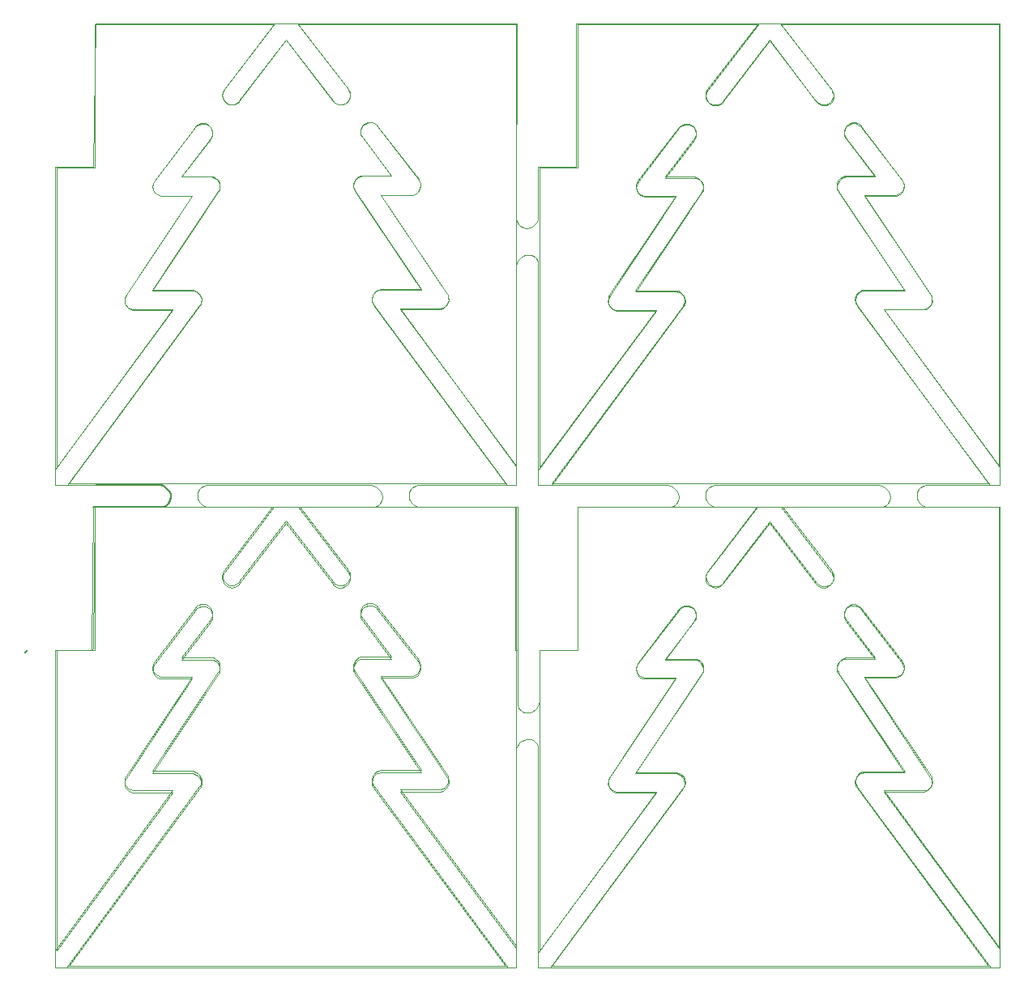
<source format=gm1>
%FSTAX23Y23*%
%MOIN*%
%SFA1B1*%

%IPPOS*%
%ADD33C,0.005000*%
%ADD34C,0.000010*%
%ADD35C,0.000000*%
%LNpcb_panel_v3-1*%
%LPD*%
G54D33*
X0143Y0289D02*
X0144Y02891D01*
X0145Y02895*
X01458Y02901*
X01464Y0291*
X01468Y02919*
X0147Y0293*
X01469Y02939*
X01466Y02949*
X01461Y02957*
X01455Y02965*
X01447Y02971*
X01439Y02976*
X01429Y02979*
X0142Y0298*
X0087Y0229D02*
X0088Y023D01*
X01152Y0289D02*
X0143D01*
X0141Y0298D02*
X0142D01*
X0135D02*
X0141D01*
X0116D02*
X0135D01*
G54D34*
X02296Y04474D02*
X02308Y0447D01*
X02318Y04463*
X02322Y04458*
X02489Y04239*
X02492Y04234*
X02496Y04224*
X02497Y04213*
X02495Y04202D02*
X02497Y04213D01*
X0249Y04192D02*
X02495Y04202D01*
X02483Y04184D02*
X0249Y04192D01*
X02474Y04178D02*
X02483Y04184D01*
X02463Y04175D02*
X02474Y04178D01*
X02334Y04175D02*
X02463D01*
X02334D02*
X02606Y03768D01*
X02609Y03764*
X02612Y03753*
X02613Y03743*
X0261Y03732D02*
X02613Y03743D01*
X02605Y03723D02*
X0261Y03732D01*
X02598Y03715D02*
X02605Y03723D01*
X02589Y0371D02*
X02598Y03715D01*
X02578Y03707D02*
X02589Y0371D01*
X02415Y03707D02*
X02578D01*
X02415D02*
X02892Y03058D01*
Y03878*
Y03883D02*
Y03878D01*
Y03883D02*
X02894Y03893D01*
X02898Y03902*
X02904Y0391*
X02911Y03917*
X02919Y03922*
X02928Y03926*
X02938Y03928*
X02942*
X02946*
X02954Y03927*
X02961Y03924*
X02968Y03919*
X02974Y03914*
X02978Y03907*
X02981Y039*
X02982Y03892*
Y03888D02*
Y03892D01*
Y03039D02*
Y03888D01*
Y03039D02*
X03468Y03698D01*
X03304D02*
X03468D01*
X03294Y03701D02*
X03304Y03698D01*
X03285Y03706D02*
X03294Y03701D01*
X03277Y03714D02*
X03285Y03706D01*
X03272Y03723D02*
X03277Y03714D01*
X0327Y03734D02*
X03272Y03723D01*
X0327Y03734D02*
X03271Y03745D01*
X03274Y03755*
X03277Y03759*
X03548Y04166*
X0342D02*
X03548D01*
X03409Y04169D02*
X0342Y04166D01*
X034Y04175D02*
X03409Y04169D01*
X03392Y04183D02*
X034Y04175D01*
X03387Y04193D02*
X03392Y04183D01*
X03385Y04204D02*
X03387Y04193D01*
X03385Y04204D02*
X03386Y04215D01*
X0339Y04225*
X03394Y0423*
X03561Y04449*
D01*
X03564Y04454D01*
X03575Y04461*
X03586Y04465*
X03599Y04465*
X0361Y04461*
X0362Y04453*
X03628Y04443*
X03631Y04431*
Y04425D02*
Y04431D01*
Y04422D02*
Y04425D01*
X0363Y04416D02*
X03631Y04422D01*
X03628Y0441D02*
X0363Y04416D01*
X03625Y04404D02*
X03628Y0441D01*
X03623Y04401D02*
X03625Y04404D01*
X03505Y04245D02*
X03623Y04401D01*
X03505Y04245D02*
X03626D01*
X03633Y04244*
X03641Y04241*
X03647Y04236*
X03653Y04231*
X03657Y04224*
X0366Y04217*
X03661Y0421*
Y04206D02*
Y0421D01*
Y04203D02*
Y04206D01*
X0366Y04197D02*
X03661Y04203D01*
X03659Y04192D02*
X0366Y04197D01*
X03656Y04186D02*
X03659Y04192D01*
X03655Y04184D02*
X03656Y04186D01*
X03383Y03777D02*
X03655Y04184D01*
X03383Y03777D02*
X0355D01*
X03558Y03775*
X03565Y03772*
X03571Y03768*
X03577Y03762*
X03581Y03756*
X03584Y03749*
X03586Y03741*
Y03737D02*
Y03741D01*
Y03734D02*
Y03737D01*
X03585Y03728D02*
X03586Y03734D01*
X03583Y03722D02*
X03585Y03728D01*
X0358Y03716D02*
X03583Y03722D01*
X03578Y03714D02*
X0358Y03716D01*
X03037Y0298D02*
X03578Y03714D01*
X03037Y0298D02*
X03145D01*
X0351*
X03514*
X03524Y02978*
X03533Y02974*
X03541Y02968*
X03548Y02961*
X03554Y02953*
X03558Y02944*
X0356Y02934*
Y0293D02*
Y02934D01*
Y02926D02*
Y0293D01*
X03558Y02918D02*
X0356Y02926D01*
X03555Y02911D02*
X03558Y02918D01*
X03551Y02904D02*
X03555Y02911D01*
X03545Y02898D02*
X03551Y02904D01*
X03538Y02894D02*
X03545Y02898D01*
X03531Y02891D02*
X03538Y02894D01*
X03523Y0289D02*
X03531Y02891D01*
X03145Y0289D02*
X03523D01*
X03145Y023D02*
Y0289D01*
X02986Y023D02*
X03145D01*
X02986Y02093D02*
Y023D01*
Y02093D02*
Y02088D01*
X02984Y02079D02*
X02986Y02088D01*
X02981Y0207D02*
X02984Y02079D01*
X02975Y02061D02*
X02981Y0207D01*
X02968Y02055D02*
X02975Y02061D01*
X0296Y02049D02*
X02968Y02055D01*
X02951Y02045D02*
X0296Y02049D01*
X02941Y02043D02*
X02951Y02045D01*
X02936Y02043D02*
X02941D01*
X02932D02*
X02936D01*
X02925Y02045D02*
X02932Y02043D01*
X02917Y02048D02*
X02925Y02045D01*
X02911Y02052D02*
X02917Y02048D01*
X02905Y02058D02*
X02911Y02052D01*
X02901Y02064D02*
X02905Y02058D01*
X02898Y02072D02*
X02901Y02064D01*
X02896Y02079D02*
X02898Y02072D01*
X02896Y02079D02*
Y02083D01*
Y02503*
X02897*
Y0289*
X025D02*
X02897D01*
X02495D02*
X025D01*
X02485Y02891D02*
X02495Y0289D01*
X02476Y02895D02*
X02485Y02891D01*
X02468Y02901D02*
X02476Y02895D01*
X02461Y02908D02*
X02468Y02901D01*
X02455Y02916D02*
X02461Y02908D01*
X02451Y02925D02*
X02455Y02916D01*
X0245Y02935D02*
X02451Y02925D01*
X0245Y02935D02*
Y0294D01*
Y02943*
X02451Y02951*
X02454Y02958*
X02458Y02965*
X02464Y02971*
X02471Y02975*
X02478Y02978*
X02486Y0298*
X02853*
X02305Y03723D02*
X02853Y0298D01*
X02303Y03725D02*
X02305Y03723D01*
X023Y03731D02*
X02303Y03725D01*
X02298Y03737D02*
X023Y03731D01*
X02297Y03743D02*
X02298Y03737D01*
X02297Y03743D02*
Y03746D01*
Y0375*
X02299Y03758*
X02302Y03765*
X02306Y03771*
X02311Y03777*
X02318Y03781*
X02325Y03784*
X02333Y03786*
X02499*
X02228Y04193D02*
X02499Y03786D01*
X02226Y04195D02*
X02228Y04193D01*
X02224Y04201D02*
X02226Y04195D01*
X02222Y04206D02*
X02224Y04201D01*
X02221Y04212D02*
X02222Y04206D01*
X02221Y04212D02*
Y04215D01*
Y04219*
X02223Y04226*
X02226Y04233*
X0223Y0424*
X02236Y04245*
X02242Y0425*
X02249Y04253*
X02257Y04254*
X02378*
X02259Y0441D02*
X02378Y04254D01*
X02257Y04413D02*
X02259Y0441D01*
X02254Y04419D02*
X02257Y04413D01*
X02252Y04425D02*
X02254Y04419D01*
X02251Y04431D02*
X02252Y04425D01*
X02251Y04431D02*
Y04434D01*
Y0444*
X02255Y04452*
X02262Y04462*
X02272Y0447*
X02284Y04474*
X02296Y04474*
X0193Y0298D02*
X0229D01*
X02294*
X02304Y02978*
X02313Y02974*
X02321Y02968*
X02328Y02961*
X02334Y02953*
X02338Y02944*
X0234Y02934*
Y0293D02*
Y02934D01*
Y0293D02*
D01*
Y02926D02*
Y0293D01*
X02338Y02918D02*
X0234Y02926D01*
X02335Y02911D02*
X02338Y02918D01*
X02331Y02904D02*
X02335Y02911D01*
X02325Y02898D02*
X02331Y02904D01*
X02318Y02894D02*
X02325Y02898D01*
X02311Y02891D02*
X02318Y02894D01*
X02303Y0289D02*
X02311Y02891D01*
X02001Y0289D02*
X02303D01*
X02001D02*
X02199Y02631D01*
D01*
X02201Y02628D01*
X02204Y02622*
X02206Y02616*
X02207Y0261*
Y02607D02*
Y0261D01*
Y02601D02*
Y02607D01*
X02204Y02589D02*
X02207Y02601D01*
X02196Y02579D02*
X02204Y02589D01*
X02186Y02571D02*
X02196Y02579D01*
X02175Y02568D02*
X02186Y02571D01*
X02162Y02567D02*
X02175Y02568D01*
X02151Y02571D02*
X02162Y02567D01*
X0214Y02578D02*
X02151Y02571D01*
X02137Y02583D02*
X0214Y02578D01*
X01945Y02834D02*
X02137Y02583D01*
X01752D02*
X01945Y02834D01*
X01752Y02583D02*
D01*
X01749Y02579D02*
X01752Y02583D01*
X01741Y02572D02*
X01749Y02579D01*
X01731Y02568D02*
X01741Y02572D01*
X01721Y02567D02*
X01731Y02568D01*
X01711Y02568D02*
X01721Y02567D01*
X01701Y02572D02*
X01711Y02568D01*
X01693Y02579D02*
X01701Y02572D01*
X01687Y02587D02*
X01693Y02579D01*
X01683Y02596D02*
X01687Y02587D01*
X01681Y02607D02*
X01683Y02596D01*
X01681Y02607D02*
X01683Y02617D01*
X01687Y02627*
X0169Y02631*
X01888Y0289*
X0163D02*
X01888D01*
X01625D02*
X0163D01*
X01615Y02891D02*
X01625Y0289D01*
X01606Y02895D02*
X01615Y02891D01*
X01598Y02901D02*
X01606Y02895D01*
X01591Y02908D02*
X01598Y02901D01*
X01585Y02916D02*
X01591Y02908D01*
X01581Y02925D02*
X01585Y02916D01*
X0158Y02935D02*
X01581Y02925D01*
X0158Y02935D02*
Y0294D01*
Y02943D02*
Y0294D01*
Y02943D02*
X01581Y02951D01*
X01584Y02958*
X01588Y02965*
X01594Y02971*
X01601Y02975*
X01608Y02978*
X01616Y0298*
X0193*
X041D02*
X0438D01*
X04384*
X04394Y02978*
X04403Y02974*
X04411Y02968*
X04418Y02961*
X04424Y02953*
X04428Y02944*
X0443Y02934*
Y0293D02*
Y02934D01*
Y0293D02*
D01*
Y02926D02*
Y0293D01*
X04428Y02918D02*
X0443Y02926D01*
X04425Y02911D02*
X04428Y02918D01*
X04421Y02904D02*
X04425Y02911D01*
X04415Y02898D02*
X04421Y02904D01*
X04408Y02894D02*
X04415Y02898D01*
X04401Y02891D02*
X04408Y02894D01*
X04393Y0289D02*
X04401Y02891D01*
X0408Y0289D02*
X04393D01*
X03988D02*
X0408D01*
X03988D02*
X04189Y02626D01*
D01*
X04191Y02623D01*
X04194Y02617*
X04196Y02611*
X04197Y02605*
Y02602D02*
Y02605D01*
Y02596D02*
Y02602D01*
X04194Y02584D02*
X04197Y02596D01*
X04186Y02574D02*
X04194Y02584D01*
X04176Y02566D02*
X04186Y02574D01*
X04165Y02563D02*
X04176Y02566D01*
X04152Y02562D02*
X04165Y02563D01*
X04141Y02566D02*
X04152Y02562D01*
X0413Y02573D02*
X04141Y02566D01*
X04127Y02578D02*
X0413Y02573D01*
X03935Y02829D02*
X04127Y02578D01*
X03742D02*
X03935Y02829D01*
X03742Y02578D02*
D01*
X03739Y02574D02*
X03742Y02578D01*
X03731Y02567D02*
X03739Y02574D01*
X03721Y02563D02*
X03731Y02567D01*
X03711Y02562D02*
X03721Y02563D01*
X03701Y02563D02*
X03711Y02562D01*
X03691Y02567D02*
X03701Y02563D01*
X03683Y02574D02*
X03691Y02567D01*
X03677Y02582D02*
X03683Y02574D01*
X03673Y02591D02*
X03677Y02582D01*
X03671Y02602D02*
X03673Y02591D01*
X03671Y02602D02*
X03673Y02612D01*
X03677Y02622*
X0368Y02626*
X03881Y0289*
X0372D02*
X03881D01*
X03715D02*
X0372D01*
X03705Y02891D02*
X03715Y0289D01*
X03696Y02895D02*
X03705Y02891D01*
X03688Y02901D02*
X03696Y02895D01*
X03681Y02908D02*
X03688Y02901D01*
X03675Y02916D02*
X03681Y02908D01*
X03671Y02925D02*
X03675Y02916D01*
X0367Y02935D02*
X03671Y02925D01*
X0367Y02935D02*
Y0294D01*
D01*
Y02943D01*
X03671Y02951*
X03674Y02958*
X03678Y02965*
X03684Y02971*
X03691Y02975*
X03698Y02978*
X03706Y0298*
X041*
X04881Y03055D02*
Y04881D01*
X03978D02*
X04881D01*
X03978D02*
X04189Y04606D01*
D01*
X04191Y04603D01*
X04194Y04597*
X04196Y04591*
X04197Y04585*
Y04582D02*
Y04585D01*
Y04576D02*
Y04582D01*
X04194Y04564D02*
X04197Y04576D01*
X04186Y04554D02*
X04194Y04564D01*
X04176Y04546D02*
X04186Y04554D01*
X04165Y04543D02*
X04176Y04546D01*
X04152Y04542D02*
X04165Y04543D01*
X04141Y04546D02*
X04152Y04542D01*
X0413Y04553D02*
X04141Y04546D01*
X04127Y04558D02*
X0413Y04553D01*
X03935Y04809D02*
X04127Y04558D01*
X03742D02*
X03935Y04809D01*
X03742Y04558D02*
D01*
X03739Y04554D02*
X03742Y04558D01*
X03731Y04547D02*
X03739Y04554D01*
X03721Y04543D02*
X03731Y04547D01*
X03711Y04542D02*
X03721Y04543D01*
X03701Y04543D02*
X03711Y04542D01*
X03691Y04547D02*
X03701Y04543D01*
X03683Y04554D02*
X03691Y04547D01*
X03677Y04562D02*
X03683Y04554D01*
X03673Y04571D02*
X03677Y04562D01*
X03671Y04582D02*
X03673Y04571D01*
X03671Y04582D02*
X03673Y04592D01*
X03677Y04602*
X0368Y04606*
X03891Y04881*
X03138D02*
X03891D01*
X03138Y0429D02*
Y04881D01*
X02982Y0429D02*
X03138D01*
X02982Y04088D02*
Y0429D01*
Y04088D02*
Y04083D01*
X02981Y04074D02*
X02982Y04083D01*
X02977Y04064D02*
X02981Y04074D01*
X02971Y04056D02*
X02977Y04064D01*
X02964Y04049D02*
X02971Y04056D01*
X02956Y04044D02*
X02964Y04049D01*
X02947Y0404D02*
X02956Y04044D01*
X02937Y04038D02*
X02947Y0404D01*
X02932Y04038D02*
X02937D01*
X02929D02*
X02932D01*
X02921Y0404D02*
X02929Y04038D01*
X02914Y04043D02*
X02921Y0404D01*
X02907Y04047D02*
X02914Y04043D01*
X02901Y04053D02*
X02907Y04047D01*
X02897Y04059D02*
X02901Y04053D01*
X02894Y04066D02*
X02897Y04059D01*
X02892Y04074D02*
X02894Y04066D01*
X02892Y04074D02*
Y04078D01*
Y04468*
X02894*
Y04881*
X01992D02*
X02894D01*
X01992D02*
X02199Y04611D01*
D01*
X02201Y04608D01*
X02204Y04602*
X02206Y04596*
X02207Y0459*
Y04587D02*
Y0459D01*
Y04581D02*
Y04587D01*
X02204Y04569D02*
X02207Y04581D01*
X02196Y04559D02*
X02204Y04569D01*
X02186Y04551D02*
X02196Y04559D01*
X02175Y04548D02*
X02186Y04551D01*
X02162Y04547D02*
X02175Y04548D01*
X02151Y04551D02*
X02162Y04547D01*
X0214Y04558D02*
X02151Y04551D01*
X02137Y04563D02*
X0214Y04558D01*
X01945Y04814D02*
X02137Y04563D01*
X01752D02*
X01945Y04814D01*
X01752Y04563D02*
D01*
X01749Y04559D02*
X01752Y04563D01*
X01741Y04552D02*
X01749Y04559D01*
X01731Y04548D02*
X01741Y04552D01*
X01721Y04547D02*
X01731Y04548D01*
X01711Y04548D02*
X01721Y04547D01*
X01701Y04552D02*
X01711Y04548D01*
X01693Y04559D02*
X01701Y04552D01*
X01687Y04567D02*
X01693Y04559D01*
X01683Y04576D02*
X01687Y04567D01*
X01681Y04587D02*
X01683Y04576D01*
X01681Y04587D02*
X01683Y04597D01*
X01687Y04607*
X0169Y04611*
X01897Y04881*
X01159D02*
X01897D01*
X01151Y04289D02*
X01159Y04881D01*
X00994Y04289D02*
X01151D01*
X00994Y03045D02*
Y04289D01*
Y03045D02*
X01478Y03703D01*
X01314D02*
X01478D01*
X01304Y03706D02*
X01314Y03703D01*
X01295Y03711D02*
X01304Y03706D01*
X01287Y03719D02*
X01295Y03711D01*
X01282Y03728D02*
X01287Y03719D01*
X0128Y03739D02*
X01282Y03728D01*
X0128Y03739D02*
X01281Y0375D01*
X01284Y0376*
X01287Y03764*
X01558Y04171*
X0143D02*
X01558D01*
X01419Y04174D02*
X0143Y04171D01*
X0141Y0418D02*
X01419Y04174D01*
X01402Y04188D02*
X0141Y0418D01*
X01397Y04198D02*
X01402Y04188D01*
X01395Y04209D02*
X01397Y04198D01*
X01395Y04209D02*
X01396Y0422D01*
X014Y0423*
X01404Y04235*
X01571Y04454*
D01*
X01574Y04459D01*
X01585Y04466*
X01596Y0447*
X01609Y0447*
X0162Y04466*
X0163Y04458*
X01638Y04448*
X01641Y04436*
Y0443D02*
Y04436D01*
Y04427D02*
Y0443D01*
X0164Y04421D02*
X01641Y04427D01*
X01638Y04415D02*
X0164Y04421D01*
X01635Y04409D02*
X01638Y04415D01*
X01633Y04406D02*
X01635Y04409D01*
X01515Y0425D02*
X01633Y04406D01*
X01515Y0425D02*
X01636D01*
X01643Y04249*
X01651Y04246*
X01657Y04241*
X01663Y04236*
X01667Y04229*
X0167Y04222*
X01671Y04215*
Y04211D02*
Y04215D01*
Y04208D02*
Y04211D01*
X0167Y04202D02*
X01671Y04208D01*
X01669Y04197D02*
X0167Y04202D01*
X01666Y04191D02*
X01669Y04197D01*
X01665Y04189D02*
X01666Y04191D01*
X01393Y03782D02*
X01665Y04189D01*
X01393Y03782D02*
X0156D01*
X01568Y0378*
X01575Y03777*
X01581Y03773*
X01587Y03767*
X01591Y03761*
X01594Y03754*
X01596Y03746*
Y03742D02*
Y03746D01*
Y03739D02*
Y03742D01*
X01595Y03733D02*
X01596Y03739D01*
X01593Y03727D02*
X01595Y03733D01*
X0159Y03721D02*
X01593Y03727D01*
X01588Y03719D02*
X0159Y03721D01*
X01043Y0298D02*
X01588Y03719D01*
X01043Y0298D02*
X01153D01*
X0142*
X01424*
X01434Y02978*
X01443Y02974*
X01451Y02968*
X01458Y02961*
X01464Y02953*
X01468Y02944*
X0147Y02934*
Y0293D02*
Y02934D01*
Y0293D02*
D01*
Y02926D02*
Y0293D01*
X01468Y02918D02*
X0147Y02926D01*
X01465Y02911D02*
X01468Y02918D01*
X01461Y02904D02*
X01465Y02911D01*
X01455Y02898D02*
X01461Y02904D01*
X01448Y02894D02*
X01455Y02898D01*
X01441Y02891D02*
X01448Y02894D01*
X01433Y0289D02*
X01441Y02891D01*
X01152Y0289D02*
X01433D01*
X01143Y023D02*
X01152Y0289D01*
X00994Y023D02*
X01143D01*
X00994Y01065D02*
Y023D01*
Y01065D02*
X01478Y01723D01*
X01314D02*
X01478D01*
X01304Y01726D02*
X01314Y01723D01*
X01295Y01731D02*
X01304Y01726D01*
X01287Y01739D02*
X01295Y01731D01*
X01282Y01748D02*
X01287Y01739D01*
X0128Y01759D02*
X01282Y01748D01*
X0128Y01759D02*
X01281Y0177D01*
X01284Y0178*
X01287Y01784*
X01558Y02191*
X0143D02*
X01558D01*
X01419Y02194D02*
X0143Y02191D01*
X0141Y022D02*
X01419Y02194D01*
X01402Y02208D02*
X0141Y022D01*
X01397Y02218D02*
X01402Y02208D01*
X01395Y02229D02*
X01397Y02218D01*
X01395Y02229D02*
X01396Y0224D01*
X014Y0225*
X01404Y02255*
X01571Y02474*
D01*
X01574Y02479D01*
X01585Y02486*
X01596Y0249*
X01609Y0249*
X0162Y02486*
X0163Y02478*
X01638Y02468*
X01641Y02456*
Y0245D02*
Y02456D01*
Y02447D02*
Y0245D01*
X0164Y02441D02*
X01641Y02447D01*
X01638Y02435D02*
X0164Y02441D01*
X01635Y02429D02*
X01638Y02435D01*
X01633Y02426D02*
X01635Y02429D01*
X01515Y0227D02*
X01633Y02426D01*
X01515Y0227D02*
X01636D01*
X01643Y02269*
X01651Y02266*
X01657Y02261*
X01663Y02256*
X01667Y02249*
X0167Y02242*
X01671Y02235*
Y02231D02*
Y02235D01*
Y02228D02*
Y02231D01*
X0167Y02222D02*
X01671Y02228D01*
X01669Y02217D02*
X0167Y02222D01*
X01666Y02211D02*
X01669Y02217D01*
X01665Y02209D02*
X01666Y02211D01*
X01393Y01802D02*
X01665Y02209D01*
X01393Y01802D02*
X0156D01*
X01568Y018*
X01575Y01797*
X01581Y01793*
X01587Y01787*
X01591Y01781*
X01594Y01774*
X01596Y01766*
Y01762D02*
Y01766D01*
Y01759D02*
Y01762D01*
X01595Y01753D02*
X01596Y01759D01*
X01593Y01747D02*
X01595Y01753D01*
X0159Y01741D02*
X01593Y01747D01*
X01588Y01739D02*
X0159Y01741D01*
X01039Y00994D02*
X01588Y01739D01*
X01039Y00994D02*
X02857D01*
X02305Y01743D02*
X02857Y00994D01*
X02303Y01745D02*
X02305Y01743D01*
X023Y01751D02*
X02303Y01745D01*
X02298Y01757D02*
X023Y01751D01*
X02297Y01763D02*
X02298Y01757D01*
X02297Y01763D02*
Y01766D01*
Y0177*
X02299Y01778*
X02302Y01785*
X02306Y01791*
X02311Y01797*
X02318Y01801*
X02325Y01804*
X02333Y01806*
X02499*
X02228Y02213D02*
X02499Y01806D01*
X02226Y02215D02*
X02228Y02213D01*
X02224Y02221D02*
X02226Y02215D01*
X02222Y02226D02*
X02224Y02221D01*
X02221Y02232D02*
X02222Y02226D01*
X02221Y02232D02*
Y02235D01*
Y02239*
X02223Y02246*
X02226Y02253*
X0223Y0226*
X02236Y02265*
X02242Y0227*
X02249Y02273*
X02257Y02274*
X02378*
X02259Y0243D02*
X02378Y02274D01*
X02257Y02433D02*
X02259Y0243D01*
X02254Y02439D02*
X02257Y02433D01*
X02252Y02445D02*
X02254Y02439D01*
X02251Y02451D02*
X02252Y02445D01*
X02251Y02451D02*
Y02454D01*
Y0246*
X02255Y02472*
X02262Y02482*
X02272Y0249*
X02284Y02494*
X02296Y02494*
X02308Y0249*
X02318Y02483*
X02322Y02478*
X02489Y02259*
X02492Y02254*
X02496Y02244*
X02497Y02233*
X02495Y02222D02*
X02497Y02233D01*
X0249Y02212D02*
X02495Y02222D01*
X02483Y02204D02*
X0249Y02212D01*
X02474Y02198D02*
X02483Y02204D01*
X02463Y02195D02*
X02474Y02198D01*
X02334Y02195D02*
X02463D01*
X02334D02*
X02606Y01788D01*
X02609Y01784*
X02612Y01773*
X02613Y01763*
X0261Y01752D02*
X02613Y01763D01*
X02605Y01743D02*
X0261Y01752D01*
X02598Y01735D02*
X02605Y01743D01*
X02589Y0173D02*
X02598Y01735D01*
X02578Y01727D02*
X02589Y0173D01*
X02415Y01727D02*
X02578D01*
X02415D02*
X0289Y01082D01*
Y01883*
Y01888D02*
Y01883D01*
Y01888D02*
X02892Y01898D01*
X02896Y01907*
X02901Y01915*
X02908Y01922*
X02916Y01928*
X02925Y01931*
X02935Y01933*
X0294*
X02944*
X02952Y01932*
X02959Y01929*
X02966Y01924*
X02971Y01919*
X02976Y01912*
X02979Y01905*
X0298Y01897*
Y01893D02*
Y01897D01*
Y01055D02*
Y01893D01*
Y01055D02*
X03468Y01718D01*
X03304D02*
X03468D01*
X03294Y01721D02*
X03304Y01718D01*
X03285Y01726D02*
X03294Y01721D01*
X03277Y01734D02*
X03285Y01726D01*
X03272Y01743D02*
X03277Y01734D01*
X0327Y01754D02*
X03272Y01743D01*
X0327Y01754D02*
X03271Y01765D01*
X03274Y01775*
X03277Y01779*
X03548Y02186*
X0342D02*
X03548D01*
X03409Y02189D02*
X0342Y02186D01*
X034Y02195D02*
X03409Y02189D01*
X03392Y02203D02*
X034Y02195D01*
X03387Y02213D02*
X03392Y02203D01*
X03385Y02224D02*
X03387Y02213D01*
X03385Y02224D02*
X03386Y02235D01*
X0339Y02245*
X03394Y0225*
X03561Y02469*
D01*
X03564Y02474D01*
X03575Y02481*
X03586Y02485*
X03599Y02485*
X0361Y02481*
X0362Y02473*
X03628Y02463*
X03631Y02451*
Y02445D02*
Y02451D01*
Y02442D02*
Y02445D01*
X0363Y02436D02*
X03631Y02442D01*
X03628Y0243D02*
X0363Y02436D01*
X03625Y02424D02*
X03628Y0243D01*
X03623Y02421D02*
X03625Y02424D01*
X03505Y02265D02*
X03623Y02421D01*
X03505Y02265D02*
X03626D01*
X03633Y02264*
X03641Y02261*
X03647Y02256*
X03653Y02251*
X03657Y02244*
X0366Y02237*
X03661Y0223*
Y02226D02*
Y0223D01*
Y02223D02*
Y02226D01*
X0366Y02217D02*
X03661Y02223D01*
X03659Y02212D02*
X0366Y02217D01*
X03656Y02206D02*
X03659Y02212D01*
X03655Y02204D02*
X03656Y02206D01*
X03383Y01797D02*
X03655Y02204D01*
X03383Y01797D02*
X0355D01*
X03558Y01795*
X03565Y01792*
X03571Y01788*
X03577Y01782*
X03581Y01776*
X03584Y01769*
X03586Y01761*
Y01757D02*
Y01761D01*
Y01754D02*
Y01757D01*
X03585Y01748D02*
X03586Y01754D01*
X03583Y01742D02*
X03585Y01748D01*
X0358Y01736D02*
X03583Y01742D01*
X03578Y01734D02*
X0358Y01736D01*
X03032Y00994D02*
X03578Y01734D01*
X03032Y00994D02*
X04843D01*
X04295Y01738D02*
X04843Y00994D01*
X04293Y0174D02*
X04295Y01738D01*
X0429Y01746D02*
X04293Y0174D01*
X04288Y01752D02*
X0429Y01746D01*
X04287Y01758D02*
X04288Y01752D01*
X04287Y01758D02*
Y01761D01*
Y01765*
X04289Y01773*
X04292Y0178*
X04296Y01786*
X04301Y01792*
X04308Y01796*
X04315Y01799*
X04323Y01801*
X0449*
X04218Y02208D02*
X0449Y01801D01*
X04216Y0221D02*
X04218Y02208D01*
X04214Y02216D02*
X04216Y0221D01*
X04212Y02221D02*
X04214Y02216D01*
X04211Y02227D02*
X04212Y02221D01*
X04211Y02227D02*
Y0223D01*
Y02234*
X04213Y02241*
X04216Y02248*
X0422Y02255*
X04226Y0226*
X04232Y02265*
X04239Y02268*
X04247Y02269*
X04368*
X04249Y02425D02*
X04368Y02269D01*
X04247Y02428D02*
X04249Y02425D01*
X04244Y02434D02*
X04247Y02428D01*
X04242Y0244D02*
X04244Y02434D01*
X04241Y02446D02*
X04242Y0244D01*
X04241Y02446D02*
Y02449D01*
Y02455*
X04245Y02467*
X04252Y02477*
X04262Y02485*
X04274Y02489*
X04286Y02489*
X04298Y02485*
X04308Y02478*
X04312Y02473*
X04479Y02254*
X04482Y02249*
X04486Y02239*
X04487Y02228*
X04485Y02217D02*
X04487Y02228D01*
X0448Y02207D02*
X04485Y02217D01*
X04473Y02199D02*
X0448Y02207D01*
X04464Y02193D02*
X04473Y02199D01*
X04453Y0219D02*
X04464Y02193D01*
X04324Y0219D02*
X04453D01*
X04324D02*
X04596Y01783D01*
X04599Y01779*
X04602Y01768*
X04603Y01758*
X046Y01747D02*
X04603Y01758D01*
X04595Y01738D02*
X046Y01747D01*
X04588Y0173D02*
X04595Y01738D01*
X04579Y01725D02*
X04588Y0173D01*
X04568Y01722D02*
X04579Y01725D01*
X04405Y01722D02*
X04568D01*
X04405D02*
X04881Y01075D01*
Y0289*
X0459D02*
X04881D01*
X04585D02*
X0459D01*
X04575Y02891D02*
X04585Y0289D01*
X04566Y02895D02*
X04575Y02891D01*
X04558Y02901D02*
X04566Y02895D01*
X04551Y02908D02*
X04558Y02901D01*
X04545Y02916D02*
X04551Y02908D01*
X04541Y02925D02*
X04545Y02916D01*
X0454Y02935D02*
X04541Y02925D01*
X0454Y02935D02*
Y0294D01*
Y02943D02*
Y0294D01*
Y02943D02*
X04541Y02951D01*
X04544Y02958*
X04548Y02965*
X04554Y02971*
X04561Y02975*
X04568Y02978*
X04576Y0298*
X04839*
X04295Y03718D02*
X04839Y0298D01*
X04293Y0372D02*
X04295Y03718D01*
X0429Y03726D02*
X04293Y0372D01*
X04288Y03732D02*
X0429Y03726D01*
X04287Y03738D02*
X04288Y03732D01*
X04287Y03738D02*
Y03741D01*
Y03745*
X04289Y03753*
X04292Y0376*
X04296Y03766*
X04301Y03772*
X04308Y03776*
X04315Y03779*
X04323Y03781*
X0449*
X04218Y04188D02*
X0449Y03781D01*
X04216Y0419D02*
X04218Y04188D01*
X04214Y04196D02*
X04216Y0419D01*
X04212Y04201D02*
X04214Y04196D01*
X04211Y04207D02*
X04212Y04201D01*
X04211Y04207D02*
Y0421D01*
Y04214*
X04213Y04221*
X04216Y04228*
X0422Y04235*
X04226Y0424*
X04232Y04245*
X04239Y04248*
X04247Y04249*
X04368*
X04249Y04405D02*
X04368Y04249D01*
X04247Y04408D02*
X04249Y04405D01*
X04244Y04414D02*
X04247Y04408D01*
X04242Y0442D02*
X04244Y04414D01*
X04241Y04426D02*
X04242Y0442D01*
X04241Y04426D02*
Y04429D01*
Y04435*
X04245Y04447*
X04252Y04457*
X04262Y04465*
X04274Y04469*
X04286Y04469*
X04298Y04465*
X04308Y04458*
X04312Y04453*
X04479Y04234*
X04482Y04229*
X04486Y04219*
X04487Y04208*
X04485Y04197D02*
X04487Y04208D01*
X0448Y04187D02*
X04485Y04197D01*
X04473Y04179D02*
X0448Y04187D01*
X04464Y04173D02*
X04473Y04179D01*
X04453Y0417D02*
X04464Y04173D01*
X04324Y0417D02*
X04453D01*
X04324D02*
X04596Y03763D01*
X04599Y03759*
X04602Y03748*
X04603Y03738*
X046Y03727D02*
X04603Y03738D01*
X04595Y03718D02*
X046Y03727D01*
X04588Y0371D02*
X04595Y03718D01*
X04579Y03705D02*
X04588Y0371D01*
X04568Y03702D02*
X04579Y03705D01*
X04405Y03702D02*
X04568D01*
X04405D02*
X04881Y03055D01*
X01143Y023D02*
X0115Y02306D01*
X02296Y04474D02*
X02308Y0447D01*
X02318Y04463*
X02322Y04458*
X02489Y04239*
X02492Y04234*
X02496Y04224*
X02497Y04213*
X02495Y04202D02*
X02497Y04213D01*
X0249Y04192D02*
X02495Y04202D01*
X02483Y04184D02*
X0249Y04192D01*
X02474Y04178D02*
X02483Y04184D01*
X02463Y04175D02*
X02474Y04178D01*
X02334Y04175D02*
X02463D01*
X02334D02*
X02606Y03768D01*
X02609Y03764*
X02612Y03753*
X02613Y03743*
X0261Y03732D02*
X02613Y03743D01*
X02605Y03723D02*
X0261Y03732D01*
X02598Y03715D02*
X02605Y03723D01*
X02589Y0371D02*
X02598Y03715D01*
X02578Y03707D02*
X02589Y0371D01*
X02415Y03707D02*
X02578D01*
X02415D02*
X02892Y03058D01*
Y03878*
Y03883D02*
Y03878D01*
Y03883D02*
X02894Y03893D01*
X02898Y03902*
X02904Y0391*
X02911Y03917*
X02919Y03922*
X02928Y03926*
X02938Y03928*
X02942*
X02946*
X02954Y03927*
X02961Y03924*
X02968Y03919*
X02974Y03914*
X02978Y03907*
X02981Y039*
X02982Y03892*
Y03888D02*
Y03892D01*
Y03039D02*
Y03888D01*
Y03039D02*
X03468Y03698D01*
X03304D02*
X03468D01*
X03294Y03701D02*
X03304Y03698D01*
X03285Y03706D02*
X03294Y03701D01*
X03277Y03714D02*
X03285Y03706D01*
X03272Y03723D02*
X03277Y03714D01*
X0327Y03734D02*
X03272Y03723D01*
X0327Y03734D02*
X03271Y03745D01*
X03274Y03755*
X03277Y03759*
X03548Y04166*
X0342D02*
X03548D01*
X03409Y04169D02*
X0342Y04166D01*
X034Y04175D02*
X03409Y04169D01*
X03392Y04183D02*
X034Y04175D01*
X03387Y04193D02*
X03392Y04183D01*
X03385Y04204D02*
X03387Y04193D01*
X03385Y04204D02*
X03386Y04215D01*
X0339Y04225*
X03394Y0423*
X03561Y04449*
D01*
X03564Y04454D01*
X03575Y04461*
X03586Y04465*
X03599Y04465*
X0361Y04461*
X0362Y04453*
X03628Y04443*
X03631Y04431*
Y04425D02*
Y04431D01*
Y04422D02*
Y04425D01*
X0363Y04416D02*
X03631Y04422D01*
X03628Y0441D02*
X0363Y04416D01*
X03625Y04404D02*
X03628Y0441D01*
X03623Y04401D02*
X03625Y04404D01*
X03505Y04245D02*
X03623Y04401D01*
X03505Y04245D02*
X03626D01*
X03633Y04244*
X03641Y04241*
X03647Y04236*
X03653Y04231*
X03657Y04224*
X0366Y04217*
X03661Y0421*
Y04206D02*
Y0421D01*
Y04203D02*
Y04206D01*
X0366Y04197D02*
X03661Y04203D01*
X03659Y04192D02*
X0366Y04197D01*
X03656Y04186D02*
X03659Y04192D01*
X03655Y04184D02*
X03656Y04186D01*
X03383Y03777D02*
X03655Y04184D01*
X03383Y03777D02*
X0355D01*
X03558Y03775*
X03565Y03772*
X03571Y03768*
X03577Y03762*
X03581Y03756*
X03584Y03749*
X03586Y03741*
Y03737D02*
Y03741D01*
Y03734D02*
Y03737D01*
X03585Y03728D02*
X03586Y03734D01*
X03583Y03722D02*
X03585Y03728D01*
X0358Y03716D02*
X03583Y03722D01*
X03578Y03714D02*
X0358Y03716D01*
X03037Y0298D02*
X03578Y03714D01*
X03037Y0298D02*
X03145D01*
X0351*
X03514*
X03524Y02978*
X03533Y02974*
X03541Y02968*
X03548Y02961*
X03554Y02953*
X03558Y02944*
X0356Y02934*
Y0293D02*
Y02934D01*
Y02926D02*
Y0293D01*
X03558Y02918D02*
X0356Y02926D01*
X03555Y02911D02*
X03558Y02918D01*
X03551Y02904D02*
X03555Y02911D01*
X03545Y02898D02*
X03551Y02904D01*
X03538Y02894D02*
X03545Y02898D01*
X03531Y02891D02*
X03538Y02894D01*
X03523Y0289D02*
X03531Y02891D01*
X03145Y0289D02*
X03523D01*
X03145Y023D02*
Y0289D01*
X02986Y023D02*
X03145D01*
X02986Y02093D02*
Y023D01*
Y02093D02*
Y02088D01*
X02984Y02079D02*
X02986Y02088D01*
X02981Y0207D02*
X02984Y02079D01*
X02975Y02061D02*
X02981Y0207D01*
X02968Y02055D02*
X02975Y02061D01*
X0296Y02049D02*
X02968Y02055D01*
X02951Y02045D02*
X0296Y02049D01*
X02941Y02043D02*
X02951Y02045D01*
X02936Y02043D02*
X02941D01*
X02932D02*
X02936D01*
X02925Y02045D02*
X02932Y02043D01*
X02917Y02048D02*
X02925Y02045D01*
X02911Y02052D02*
X02917Y02048D01*
X02905Y02058D02*
X02911Y02052D01*
X02901Y02064D02*
X02905Y02058D01*
X02898Y02072D02*
X02901Y02064D01*
X02896Y02079D02*
X02898Y02072D01*
X02896Y02079D02*
Y02083D01*
Y023*
X02886D02*
X02896D01*
X02886D02*
Y0289D01*
X025D02*
X02886D01*
X02495D02*
X025D01*
X02485Y02891D02*
X02495Y0289D01*
X02476Y02895D02*
X02485Y02891D01*
X02468Y02901D02*
X02476Y02895D01*
X02461Y02908D02*
X02468Y02901D01*
X02455Y02916D02*
X02461Y02908D01*
X02451Y02925D02*
X02455Y02916D01*
X0245Y02935D02*
X02451Y02925D01*
X0245Y02935D02*
Y0294D01*
Y02943*
X02451Y02951*
X02454Y02958*
X02458Y02965*
X02464Y02971*
X02471Y02975*
X02478Y02978*
X02486Y0298*
X02853*
X02305Y03723D02*
X02853Y0298D01*
X02303Y03725D02*
X02305Y03723D01*
X023Y03731D02*
X02303Y03725D01*
X02298Y03737D02*
X023Y03731D01*
X02297Y03743D02*
X02298Y03737D01*
X02297Y03743D02*
Y03746D01*
Y0375*
X02299Y03758*
X02302Y03765*
X02306Y03771*
X02311Y03777*
X02318Y03781*
X02325Y03784*
X02333Y03786*
X02499*
X02228Y04193D02*
X02499Y03786D01*
X02226Y04195D02*
X02228Y04193D01*
X02224Y04201D02*
X02226Y04195D01*
X02222Y04206D02*
X02224Y04201D01*
X02221Y04212D02*
X02222Y04206D01*
X02221Y04212D02*
Y04215D01*
Y04219*
X02223Y04226*
X02226Y04233*
X0223Y0424*
X02236Y04245*
X02242Y0425*
X02249Y04253*
X02257Y04254*
X02378*
X02259Y0441D02*
X02378Y04254D01*
X02257Y04413D02*
X02259Y0441D01*
X02254Y04419D02*
X02257Y04413D01*
X02252Y04425D02*
X02254Y04419D01*
X02251Y04431D02*
X02252Y04425D01*
X02251Y04431D02*
Y04434D01*
Y0444*
X02255Y04452*
X02262Y04462*
X02272Y0447*
X02284Y04474*
X02296Y04474*
X0193Y0298D02*
X0229D01*
X02294*
X02304Y02978*
X02313Y02974*
X02321Y02968*
X02328Y02961*
X02334Y02953*
X02338Y02944*
X0234Y02934*
Y0293D02*
Y02934D01*
Y0293D02*
D01*
Y02926D02*
Y0293D01*
X02338Y02918D02*
X0234Y02926D01*
X02335Y02911D02*
X02338Y02918D01*
X02331Y02904D02*
X02335Y02911D01*
X02325Y02898D02*
X02331Y02904D01*
X02318Y02894D02*
X02325Y02898D01*
X02311Y02891D02*
X02318Y02894D01*
X02303Y0289D02*
X02311Y02891D01*
X02001Y0289D02*
X02303D01*
X02001D02*
X02199Y02631D01*
D01*
X02201Y02628D01*
X02204Y02622*
X02206Y02616*
X02207Y0261*
Y02607D02*
Y0261D01*
Y02601D02*
Y02607D01*
X02204Y02589D02*
X02207Y02601D01*
X02196Y02579D02*
X02204Y02589D01*
X02186Y02571D02*
X02196Y02579D01*
X02175Y02568D02*
X02186Y02571D01*
X02162Y02567D02*
X02175Y02568D01*
X02151Y02571D02*
X02162Y02567D01*
X0214Y02578D02*
X02151Y02571D01*
X02137Y02583D02*
X0214Y02578D01*
X01945Y02834D02*
X02137Y02583D01*
X01752D02*
X01945Y02834D01*
X01752Y02583D02*
D01*
X01749Y02579D02*
X01752Y02583D01*
X01741Y02572D02*
X01749Y02579D01*
X01731Y02568D02*
X01741Y02572D01*
X01721Y02567D02*
X01731Y02568D01*
X01711Y02568D02*
X01721Y02567D01*
X01701Y02572D02*
X01711Y02568D01*
X01693Y02579D02*
X01701Y02572D01*
X01687Y02587D02*
X01693Y02579D01*
X01683Y02596D02*
X01687Y02587D01*
X01681Y02607D02*
X01683Y02596D01*
X01681Y02607D02*
X01683Y02617D01*
X01687Y02627*
X0169Y02631*
X01888Y0289*
X0163D02*
X01888D01*
X01625D02*
X0163D01*
X01615Y02891D02*
X01625Y0289D01*
X01606Y02895D02*
X01615Y02891D01*
X01598Y02901D02*
X01606Y02895D01*
X01591Y02908D02*
X01598Y02901D01*
X01585Y02916D02*
X01591Y02908D01*
X01581Y02925D02*
X01585Y02916D01*
X0158Y02935D02*
X01581Y02925D01*
X0158Y02935D02*
Y0294D01*
Y02943D02*
Y0294D01*
Y02943D02*
X01581Y02951D01*
X01584Y02958*
X01588Y02965*
X01594Y02971*
X01601Y02975*
X01608Y02978*
X01616Y0298*
X0193*
X041D02*
X0438D01*
X04384*
X04394Y02978*
X04403Y02974*
X04411Y02968*
X04418Y02961*
X04424Y02953*
X04428Y02944*
X0443Y02934*
Y0293D02*
Y02934D01*
Y0293D02*
D01*
Y02926D02*
Y0293D01*
X04428Y02918D02*
X0443Y02926D01*
X04425Y02911D02*
X04428Y02918D01*
X04421Y02904D02*
X04425Y02911D01*
X04415Y02898D02*
X04421Y02904D01*
X04408Y02894D02*
X04415Y02898D01*
X04401Y02891D02*
X04408Y02894D01*
X04393Y0289D02*
X04401Y02891D01*
X0408Y0289D02*
X04393D01*
X03988D02*
X0408D01*
X03988D02*
X04189Y02626D01*
D01*
X04191Y02623D01*
X04194Y02617*
X04196Y02611*
X04197Y02605*
Y02602D02*
Y02605D01*
Y02596D02*
Y02602D01*
X04194Y02584D02*
X04197Y02596D01*
X04186Y02574D02*
X04194Y02584D01*
X04176Y02566D02*
X04186Y02574D01*
X04165Y02563D02*
X04176Y02566D01*
X04152Y02562D02*
X04165Y02563D01*
X04141Y02566D02*
X04152Y02562D01*
X0413Y02573D02*
X04141Y02566D01*
X04127Y02578D02*
X0413Y02573D01*
X03935Y02829D02*
X04127Y02578D01*
X03742D02*
X03935Y02829D01*
X03742Y02578D02*
D01*
X03739Y02574D02*
X03742Y02578D01*
X03731Y02567D02*
X03739Y02574D01*
X03721Y02563D02*
X03731Y02567D01*
X03711Y02562D02*
X03721Y02563D01*
X03701Y02563D02*
X03711Y02562D01*
X03691Y02567D02*
X03701Y02563D01*
X03683Y02574D02*
X03691Y02567D01*
X03677Y02582D02*
X03683Y02574D01*
X03673Y02591D02*
X03677Y02582D01*
X03671Y02602D02*
X03673Y02591D01*
X03671Y02602D02*
X03673Y02612D01*
X03677Y02622*
X0368Y02626*
X03881Y0289*
X0372D02*
X03881D01*
X03715D02*
X0372D01*
X03705Y02891D02*
X03715Y0289D01*
X03696Y02895D02*
X03705Y02891D01*
X03688Y02901D02*
X03696Y02895D01*
X03681Y02908D02*
X03688Y02901D01*
X03675Y02916D02*
X03681Y02908D01*
X03671Y02925D02*
X03675Y02916D01*
X0367Y02935D02*
X03671Y02925D01*
X0367Y02935D02*
Y0294D01*
D01*
Y02943D01*
X03671Y02951*
X03674Y02958*
X03678Y02965*
X03684Y02971*
X03691Y02975*
X03698Y02978*
X03706Y0298*
X041*
X04881Y03055D02*
Y04881D01*
X03978D02*
X04881D01*
X03978D02*
X04189Y04606D01*
D01*
X04191Y04603D01*
X04194Y04597*
X04196Y04591*
X04197Y04585*
Y04582D02*
Y04585D01*
Y04576D02*
Y04582D01*
X04194Y04564D02*
X04197Y04576D01*
X04186Y04554D02*
X04194Y04564D01*
X04176Y04546D02*
X04186Y04554D01*
X04165Y04543D02*
X04176Y04546D01*
X04152Y04542D02*
X04165Y04543D01*
X04141Y04546D02*
X04152Y04542D01*
X0413Y04553D02*
X04141Y04546D01*
X04127Y04558D02*
X0413Y04553D01*
X03935Y04809D02*
X04127Y04558D01*
X03742D02*
X03935Y04809D01*
X03742Y04558D02*
D01*
X03739Y04554D02*
X03742Y04558D01*
X03731Y04547D02*
X03739Y04554D01*
X03721Y04543D02*
X03731Y04547D01*
X03711Y04542D02*
X03721Y04543D01*
X03701Y04543D02*
X03711Y04542D01*
X03691Y04547D02*
X03701Y04543D01*
X03683Y04554D02*
X03691Y04547D01*
X03677Y04562D02*
X03683Y04554D01*
X03673Y04571D02*
X03677Y04562D01*
X03671Y04582D02*
X03673Y04571D01*
X03671Y04582D02*
X03673Y04592D01*
X03677Y04602*
X0368Y04606*
X03891Y04881*
X03138D02*
X03891D01*
X03138Y0429D02*
Y04881D01*
X02982Y0429D02*
X03138D01*
X02982Y04088D02*
Y0429D01*
Y04088D02*
Y04083D01*
X02981Y04074D02*
X02982Y04083D01*
X02977Y04064D02*
X02981Y04074D01*
X02971Y04056D02*
X02977Y04064D01*
X02964Y04049D02*
X02971Y04056D01*
X02956Y04044D02*
X02964Y04049D01*
X02947Y0404D02*
X02956Y04044D01*
X02937Y04038D02*
X02947Y0404D01*
X02932Y04038D02*
X02937D01*
X02929D02*
X02932D01*
X02921Y0404D02*
X02929Y04038D01*
X02914Y04043D02*
X02921Y0404D01*
X02907Y04047D02*
X02914Y04043D01*
X02901Y04053D02*
X02907Y04047D01*
X02897Y04059D02*
X02901Y04053D01*
X02894Y04066D02*
X02897Y04059D01*
X02892Y04074D02*
X02894Y04066D01*
X02892Y04074D02*
Y04078D01*
Y04468*
X02894*
Y04881*
X01992D02*
X02894D01*
X01992D02*
X02199Y04611D01*
D01*
X02201Y04608D01*
X02204Y04602*
X02206Y04596*
X02207Y0459*
Y04587D02*
Y0459D01*
Y04581D02*
Y04587D01*
X02204Y04569D02*
X02207Y04581D01*
X02196Y04559D02*
X02204Y04569D01*
X02186Y04551D02*
X02196Y04559D01*
X02175Y04548D02*
X02186Y04551D01*
X02162Y04547D02*
X02175Y04548D01*
X02151Y04551D02*
X02162Y04547D01*
X0214Y04558D02*
X02151Y04551D01*
X02137Y04563D02*
X0214Y04558D01*
X01945Y04814D02*
X02137Y04563D01*
X01752D02*
X01945Y04814D01*
X01752Y04563D02*
D01*
X01749Y04559D02*
X01752Y04563D01*
X01741Y04552D02*
X01749Y04559D01*
X01731Y04548D02*
X01741Y04552D01*
X01721Y04547D02*
X01731Y04548D01*
X01711Y04548D02*
X01721Y04547D01*
X01701Y04552D02*
X01711Y04548D01*
X01693Y04559D02*
X01701Y04552D01*
X01687Y04567D02*
X01693Y04559D01*
X01683Y04576D02*
X01687Y04567D01*
X01681Y04587D02*
X01683Y04576D01*
X01681Y04587D02*
X01683Y04597D01*
X01687Y04607*
X0169Y04611*
X01897Y04881*
X01159D02*
X01897D01*
X01151Y04289D02*
X01159Y04881D01*
X00994Y04289D02*
X01151D01*
X00994Y03045D02*
Y04289D01*
Y03045D02*
X01478Y03703D01*
X01314D02*
X01478D01*
X01304Y03706D02*
X01314Y03703D01*
X01295Y03711D02*
X01304Y03706D01*
X01287Y03719D02*
X01295Y03711D01*
X01282Y03728D02*
X01287Y03719D01*
X0128Y03739D02*
X01282Y03728D01*
X0128Y03739D02*
X01281Y0375D01*
X01284Y0376*
X01287Y03764*
X01558Y04171*
X0143D02*
X01558D01*
X01419Y04174D02*
X0143Y04171D01*
X0141Y0418D02*
X01419Y04174D01*
X01402Y04188D02*
X0141Y0418D01*
X01397Y04198D02*
X01402Y04188D01*
X01395Y04209D02*
X01397Y04198D01*
X01395Y04209D02*
X01396Y0422D01*
X014Y0423*
X01404Y04235*
X01571Y04454*
D01*
X01574Y04459D01*
X01585Y04466*
X01596Y0447*
X01609Y0447*
X0162Y04466*
X0163Y04458*
X01638Y04448*
X01641Y04436*
Y0443D02*
Y04436D01*
Y04427D02*
Y0443D01*
X0164Y04421D02*
X01641Y04427D01*
X01638Y04415D02*
X0164Y04421D01*
X01635Y04409D02*
X01638Y04415D01*
X01633Y04406D02*
X01635Y04409D01*
X01515Y0425D02*
X01633Y04406D01*
X01515Y0425D02*
X01636D01*
X01643Y04249*
X01651Y04246*
X01657Y04241*
X01663Y04236*
X01667Y04229*
X0167Y04222*
X01671Y04215*
Y04211D02*
Y04215D01*
Y04208D02*
Y04211D01*
X0167Y04202D02*
X01671Y04208D01*
X01669Y04197D02*
X0167Y04202D01*
X01666Y04191D02*
X01669Y04197D01*
X01665Y04189D02*
X01666Y04191D01*
X01393Y03782D02*
X01665Y04189D01*
X01393Y03782D02*
X0156D01*
X01568Y0378*
X01575Y03777*
X01581Y03773*
X01587Y03767*
X01591Y03761*
X01594Y03754*
X01596Y03746*
Y03742D02*
Y03746D01*
Y03739D02*
Y03742D01*
X01595Y03733D02*
X01596Y03739D01*
X01593Y03727D02*
X01595Y03733D01*
X0159Y03721D02*
X01593Y03727D01*
X01588Y03719D02*
X0159Y03721D01*
X01043Y0298D02*
X01588Y03719D01*
X01043Y0298D02*
X01153D01*
X0142*
X01424*
X01434Y02978*
X01443Y02974*
X01451Y02968*
X01458Y02961*
X01464Y02953*
X01468Y02944*
X0147Y02934*
Y0293D02*
Y02934D01*
Y0293D02*
D01*
Y02926D02*
Y0293D01*
X01468Y02918D02*
X0147Y02926D01*
X01465Y02911D02*
X01468Y02918D01*
X01461Y02904D02*
X01465Y02911D01*
X01455Y02898D02*
X01461Y02904D01*
X01448Y02894D02*
X01455Y02898D01*
X01441Y02891D02*
X01448Y02894D01*
X01433Y0289D02*
X01441Y02891D01*
X01158Y0289D02*
X01433D01*
X01143Y023D02*
X01152Y0289D01*
X00994Y023D02*
X01143D01*
X00994Y01065D02*
Y023D01*
Y01065D02*
X01478Y01723D01*
X01314D02*
X01478D01*
X01304Y01726D02*
X01314Y01723D01*
X01295Y01731D02*
X01304Y01726D01*
X01287Y01739D02*
X01295Y01731D01*
X01282Y01748D02*
X01287Y01739D01*
X0128Y01759D02*
X01282Y01748D01*
X0128Y01759D02*
X01281Y0177D01*
X01284Y0178*
X01287Y01784*
X01558Y02191*
X0143D02*
X01558D01*
X01419Y02194D02*
X0143Y02191D01*
X0141Y022D02*
X01419Y02194D01*
X01402Y02208D02*
X0141Y022D01*
X01397Y02218D02*
X01402Y02208D01*
X01395Y02229D02*
X01397Y02218D01*
X01395Y02229D02*
X01396Y0224D01*
X014Y0225*
X01404Y02255*
X01571Y02474*
D01*
X01574Y02479D01*
X01585Y02486*
X01596Y0249*
X01609Y0249*
X0162Y02486*
X0163Y02478*
X01638Y02468*
X01641Y02456*
Y0245D02*
Y02456D01*
Y02447D02*
Y0245D01*
X0164Y02441D02*
X01641Y02447D01*
X01638Y02435D02*
X0164Y02441D01*
X01635Y02429D02*
X01638Y02435D01*
X01633Y02426D02*
X01635Y02429D01*
X01515Y0227D02*
X01633Y02426D01*
X01515Y0227D02*
X01636D01*
X01643Y02269*
X01651Y02266*
X01657Y02261*
X01663Y02256*
X01667Y02249*
X0167Y02242*
X01671Y02235*
Y02231D02*
Y02235D01*
Y02228D02*
Y02231D01*
X0167Y02222D02*
X01671Y02228D01*
X01669Y02217D02*
X0167Y02222D01*
X01666Y02211D02*
X01669Y02217D01*
X01665Y02209D02*
X01666Y02211D01*
X01393Y01802D02*
X01665Y02209D01*
X01393Y01802D02*
X0156D01*
X01568Y018*
X01575Y01797*
X01581Y01793*
X01587Y01787*
X01591Y01781*
X01594Y01774*
X01596Y01766*
Y01762D02*
Y01766D01*
Y01759D02*
Y01762D01*
X01595Y01753D02*
X01596Y01759D01*
X01593Y01747D02*
X01595Y01753D01*
X0159Y01741D02*
X01593Y01747D01*
X01588Y01739D02*
X0159Y01741D01*
X01039Y00994D02*
X01588Y01739D01*
X01039Y00994D02*
X02857D01*
X02305Y01743D02*
X02857Y00994D01*
X02303Y01745D02*
X02305Y01743D01*
X023Y01751D02*
X02303Y01745D01*
X02298Y01757D02*
X023Y01751D01*
X02297Y01763D02*
X02298Y01757D01*
X02297Y01763D02*
Y01766D01*
Y0177*
X02299Y01778*
X02302Y01785*
X02306Y01791*
X02311Y01797*
X02318Y01801*
X02325Y01804*
X02333Y01806*
X02499*
X02228Y02213D02*
X02499Y01806D01*
X02226Y02215D02*
X02228Y02213D01*
X02224Y02221D02*
X02226Y02215D01*
X02222Y02226D02*
X02224Y02221D01*
X02221Y02232D02*
X02222Y02226D01*
X02221Y02232D02*
Y02235D01*
Y02239*
X02223Y02246*
X02226Y02253*
X0223Y0226*
X02236Y02265*
X02242Y0227*
X02249Y02273*
X02257Y02274*
X02378*
X02259Y0243D02*
X02378Y02274D01*
X02257Y02433D02*
X02259Y0243D01*
X02254Y02439D02*
X02257Y02433D01*
X02252Y02445D02*
X02254Y02439D01*
X02251Y02451D02*
X02252Y02445D01*
X02251Y02451D02*
Y02454D01*
Y0246*
X02255Y02472*
X02262Y02482*
X02272Y0249*
X02284Y02494*
X02296Y02494*
X02308Y0249*
X02318Y02483*
X02322Y02478*
X02489Y02259*
X02492Y02254*
X02496Y02244*
X02497Y02233*
X02495Y02222D02*
X02497Y02233D01*
X0249Y02212D02*
X02495Y02222D01*
X02483Y02204D02*
X0249Y02212D01*
X02474Y02198D02*
X02483Y02204D01*
X02463Y02195D02*
X02474Y02198D01*
X02334Y02195D02*
X02463D01*
X02334D02*
X02606Y01788D01*
X02609Y01784*
X02612Y01773*
X02613Y01763*
X0261Y01752D02*
X02613Y01763D01*
X02605Y01743D02*
X0261Y01752D01*
X02598Y01735D02*
X02605Y01743D01*
X02589Y0173D02*
X02598Y01735D01*
X02578Y01727D02*
X02589Y0173D01*
X02415Y01727D02*
X02578D01*
X02415D02*
X0289Y01082D01*
Y01883*
Y01888D02*
Y01883D01*
Y01888D02*
X02892Y01898D01*
X02896Y01907*
X02901Y01915*
X02908Y01922*
X02916Y01928*
X02925Y01931*
X02935Y01933*
X0294*
X02944*
X02952Y01932*
X02959Y01929*
X02966Y01924*
X02971Y01919*
X02976Y01912*
X02979Y01905*
X0298Y01897*
Y01893D02*
Y01897D01*
Y01055D02*
Y01893D01*
Y01055D02*
X03468Y01718D01*
X03304D02*
X03468D01*
X03294Y01721D02*
X03304Y01718D01*
X03285Y01726D02*
X03294Y01721D01*
X03277Y01734D02*
X03285Y01726D01*
X03272Y01743D02*
X03277Y01734D01*
X0327Y01754D02*
X03272Y01743D01*
X0327Y01754D02*
X03271Y01765D01*
X03274Y01775*
X03277Y01779*
X03548Y02186*
X0342D02*
X03548D01*
X03409Y02189D02*
X0342Y02186D01*
X034Y02195D02*
X03409Y02189D01*
X03392Y02203D02*
X034Y02195D01*
X03387Y02213D02*
X03392Y02203D01*
X03385Y02224D02*
X03387Y02213D01*
X03385Y02224D02*
X03386Y02235D01*
X0339Y02245*
X03394Y0225*
X03561Y02469*
D01*
X03564Y02474D01*
X03575Y02481*
X03586Y02485*
X03599Y02485*
X0361Y02481*
X0362Y02473*
X03628Y02463*
X03631Y02451*
Y02445D02*
Y02451D01*
Y02442D02*
Y02445D01*
X0363Y02436D02*
X03631Y02442D01*
X03628Y0243D02*
X0363Y02436D01*
X03625Y02424D02*
X03628Y0243D01*
X03623Y02421D02*
X03625Y02424D01*
X03505Y02265D02*
X03623Y02421D01*
X03505Y02265D02*
X03626D01*
X03633Y02264*
X03641Y02261*
X03647Y02256*
X03653Y02251*
X03657Y02244*
X0366Y02237*
X03661Y0223*
Y02226D02*
Y0223D01*
Y02223D02*
Y02226D01*
X0366Y02217D02*
X03661Y02223D01*
X03659Y02212D02*
X0366Y02217D01*
X03656Y02206D02*
X03659Y02212D01*
X03655Y02204D02*
X03656Y02206D01*
X03383Y01797D02*
X03655Y02204D01*
X03383Y01797D02*
X0355D01*
X03558Y01795*
X03565Y01792*
X03571Y01788*
X03577Y01782*
X03581Y01776*
X03584Y01769*
X03586Y01761*
Y01757D02*
Y01761D01*
Y01754D02*
Y01757D01*
X03585Y01748D02*
X03586Y01754D01*
X03583Y01742D02*
X03585Y01748D01*
X0358Y01736D02*
X03583Y01742D01*
X03578Y01734D02*
X0358Y01736D01*
X03032Y00994D02*
X03578Y01734D01*
X03032Y00994D02*
X04843D01*
X04295Y01738D02*
X04843Y00994D01*
X04293Y0174D02*
X04295Y01738D01*
X0429Y01746D02*
X04293Y0174D01*
X04288Y01752D02*
X0429Y01746D01*
X04287Y01758D02*
X04288Y01752D01*
X04287Y01758D02*
Y01761D01*
Y01765*
X04289Y01773*
X04292Y0178*
X04296Y01786*
X04301Y01792*
X04308Y01796*
X04315Y01799*
X04323Y01801*
X0449*
X04218Y02208D02*
X0449Y01801D01*
X04216Y0221D02*
X04218Y02208D01*
X04214Y02216D02*
X04216Y0221D01*
X04212Y02221D02*
X04214Y02216D01*
X04211Y02227D02*
X04212Y02221D01*
X04211Y02227D02*
Y0223D01*
Y02234*
X04213Y02241*
X04216Y02248*
X0422Y02255*
X04226Y0226*
X04232Y02265*
X04239Y02268*
X04247Y02269*
X04368*
X04249Y02425D02*
X04368Y02269D01*
X04247Y02428D02*
X04249Y02425D01*
X04244Y02434D02*
X04247Y02428D01*
X04242Y0244D02*
X04244Y02434D01*
X04241Y02446D02*
X04242Y0244D01*
X04241Y02446D02*
Y02449D01*
Y02455*
X04245Y02467*
X04252Y02477*
X04262Y02485*
X04274Y02489*
X04286Y02489*
X04298Y02485*
X04308Y02478*
X04312Y02473*
X04479Y02254*
X04482Y02249*
X04486Y02239*
X04487Y02228*
X04485Y02217D02*
X04487Y02228D01*
X0448Y02207D02*
X04485Y02217D01*
X04473Y02199D02*
X0448Y02207D01*
X04464Y02193D02*
X04473Y02199D01*
X04453Y0219D02*
X04464Y02193D01*
X04324Y0219D02*
X04453D01*
X04324D02*
X04596Y01783D01*
X04599Y01779*
X04602Y01768*
X04603Y01758*
X046Y01747D02*
X04603Y01758D01*
X04595Y01738D02*
X046Y01747D01*
X04588Y0173D02*
X04595Y01738D01*
X04579Y01725D02*
X04588Y0173D01*
X04568Y01722D02*
X04579Y01725D01*
X04405Y01722D02*
X04568D01*
X04405D02*
X04881Y01075D01*
Y0289*
X0459D02*
X04881D01*
X04585D02*
X0459D01*
X04575Y02891D02*
X04585Y0289D01*
X04566Y02895D02*
X04575Y02891D01*
X04558Y02901D02*
X04566Y02895D01*
X04551Y02908D02*
X04558Y02901D01*
X04545Y02916D02*
X04551Y02908D01*
X04541Y02925D02*
X04545Y02916D01*
X0454Y02935D02*
X04541Y02925D01*
X0454Y02935D02*
Y0294D01*
Y02943D02*
Y0294D01*
Y02943D02*
X04541Y02951D01*
X04544Y02958*
X04548Y02965*
X04554Y02971*
X04561Y02975*
X04568Y02978*
X04576Y0298*
X04839*
X04295Y03718D02*
X04839Y0298D01*
X04293Y0372D02*
X04295Y03718D01*
X0429Y03726D02*
X04293Y0372D01*
X04288Y03732D02*
X0429Y03726D01*
X04287Y03738D02*
X04288Y03732D01*
X04287Y03738D02*
Y03741D01*
Y03745*
X04289Y03753*
X04292Y0376*
X04296Y03766*
X04301Y03772*
X04308Y03776*
X04315Y03779*
X04323Y03781*
X0449*
X04218Y04188D02*
X0449Y03781D01*
X04216Y0419D02*
X04218Y04188D01*
X04214Y04196D02*
X04216Y0419D01*
X04212Y04201D02*
X04214Y04196D01*
X04211Y04207D02*
X04212Y04201D01*
X04211Y04207D02*
Y0421D01*
Y04214*
X04213Y04221*
X04216Y04228*
X0422Y04235*
X04226Y0424*
X04232Y04245*
X04239Y04248*
X04247Y04249*
X04368*
X04249Y04405D02*
X04368Y04249D01*
X04247Y04408D02*
X04249Y04405D01*
X04244Y04414D02*
X04247Y04408D01*
X04242Y0442D02*
X04244Y04414D01*
X04241Y04426D02*
X04242Y0442D01*
X04241Y04426D02*
Y04429D01*
Y04435*
X04245Y04447*
X04252Y04457*
X04262Y04465*
X04274Y04469*
X04286Y04469*
X04298Y04465*
X04308Y04458*
X04312Y04453*
X04479Y04234*
X04482Y04229*
X04486Y04219*
X04487Y04208*
X04485Y04197D02*
X04487Y04208D01*
X0448Y04187D02*
X04485Y04197D01*
X04473Y04179D02*
X0448Y04187D01*
X04464Y04173D02*
X04473Y04179D01*
X04453Y0417D02*
X04464Y04173D01*
X04324Y0417D02*
X04453D01*
X04324D02*
X04596Y03763D01*
X04599Y03759*
X04602Y03748*
X04603Y03738*
X046Y03727D02*
X04603Y03738D01*
X04595Y03718D02*
X046Y03727D01*
X04588Y0371D02*
X04595Y03718D01*
X04579Y03705D02*
X04588Y0371D01*
X04568Y03702D02*
X04579Y03705D01*
X04405Y03702D02*
X04568D01*
X04405D02*
X04881Y03055D01*
X0193Y0298D02*
X0229D01*
X02294*
X02304Y02978*
X02313Y02974*
X02321Y02968*
X02328Y02961*
X02334Y02953*
X02338Y02944*
X0234Y02934*
Y0293D02*
Y02934D01*
Y0293D02*
D01*
Y02926D02*
Y0293D01*
X02338Y02918D02*
X0234Y02926D01*
X02335Y02911D02*
X02338Y02918D01*
X02331Y02904D02*
X02335Y02911D01*
X02325Y02898D02*
X02331Y02904D01*
X02318Y02894D02*
X02325Y02898D01*
X02311Y02891D02*
X02318Y02894D01*
X02303Y0289D02*
X02311Y02891D01*
X0191Y0289D02*
X02303D01*
X0163D02*
X0191D01*
X01625D02*
X0163D01*
X01615Y02891D02*
X01625Y0289D01*
X01606Y02895D02*
X01615Y02891D01*
X01598Y02901D02*
X01606Y02895D01*
X01591Y02908D02*
X01598Y02901D01*
X01585Y02916D02*
X01591Y02908D01*
X01581Y02925D02*
X01585Y02916D01*
X0158Y02935D02*
X01581Y02925D01*
X0158Y02935D02*
Y0294D01*
Y02943D02*
Y0294D01*
Y02943D02*
X01581Y02951D01*
X01584Y02958*
X01588Y02965*
X01594Y02971*
X01601Y02975*
X01608Y02978*
X01616Y0298*
X0193*
X041D02*
X0438D01*
X04384*
X04394Y02978*
X04403Y02974*
X04411Y02968*
X04418Y02961*
X04424Y02953*
X04428Y02944*
X0443Y02934*
Y0293D02*
Y02934D01*
Y0293D02*
D01*
Y02926D02*
Y0293D01*
X04428Y02918D02*
X0443Y02926D01*
X04425Y02911D02*
X04428Y02918D01*
X04421Y02904D02*
X04425Y02911D01*
X04415Y02898D02*
X04421Y02904D01*
X04408Y02894D02*
X04415Y02898D01*
X04401Y02891D02*
X04408Y02894D01*
X04393Y0289D02*
X04401Y02891D01*
X0408Y0289D02*
X04393D01*
X0372D02*
X0408D01*
X03715D02*
X0372D01*
X03705Y02891D02*
X03715Y0289D01*
X03696Y02895D02*
X03705Y02891D01*
X03688Y02901D02*
X03696Y02895D01*
X03681Y02908D02*
X03688Y02901D01*
X03675Y02916D02*
X03681Y02908D01*
X03671Y02925D02*
X03675Y02916D01*
X0367Y02935D02*
X03671Y02925D01*
X0367Y02935D02*
Y0294D01*
D01*
Y02943D01*
X03671Y02951*
X03674Y02958*
X03678Y02965*
X03684Y02971*
X03691Y02975*
X03698Y02978*
X03706Y0298*
X041*
X02946Y03928D02*
X02954Y03927D01*
X02961Y03924*
X02968Y03919*
X02974Y03914*
X02978Y03907*
X02981Y039*
X02982Y03892*
Y03888D02*
Y03892D01*
Y0298D02*
Y03888D01*
Y0298D02*
X03145D01*
X0351*
X03514*
X03524Y02978*
X03533Y02974*
X03541Y02968*
X03548Y02961*
X03554Y02953*
X03558Y02944*
X0356Y02934*
Y0293D02*
Y02934D01*
Y02926D02*
Y0293D01*
X03558Y02918D02*
X0356Y02926D01*
X03555Y02911D02*
X03558Y02918D01*
X03551Y02904D02*
X03555Y02911D01*
X03545Y02898D02*
X03551Y02904D01*
X03538Y02894D02*
X03545Y02898D01*
X03531Y02891D02*
X03538Y02894D01*
X03523Y0289D02*
X03531Y02891D01*
X03145Y0289D02*
X03523D01*
X03145Y023D02*
Y0289D01*
X02986Y023D02*
X03145D01*
X02986Y02093D02*
Y023D01*
Y02093D02*
Y02088D01*
X02984Y02079D02*
X02986Y02088D01*
X02981Y0207D02*
X02984Y02079D01*
X02975Y02061D02*
X02981Y0207D01*
X02968Y02055D02*
X02975Y02061D01*
X0296Y02049D02*
X02968Y02055D01*
X02951Y02045D02*
X0296Y02049D01*
X02941Y02043D02*
X02951Y02045D01*
X02936Y02043D02*
X02941D01*
X02932D02*
X02936D01*
X02925Y02045D02*
X02932Y02043D01*
X02917Y02048D02*
X02925Y02045D01*
X02911Y02052D02*
X02917Y02048D01*
X02905Y02058D02*
X02911Y02052D01*
X02901Y02064D02*
X02905Y02058D01*
X02898Y02072D02*
X02901Y02064D01*
X02896Y02079D02*
X02898Y02072D01*
X02896Y02079D02*
Y02083D01*
Y023*
X02886D02*
X02896D01*
X02886D02*
Y0289D01*
X025D02*
X02886D01*
X02495D02*
X025D01*
X02485Y02891D02*
X02495Y0289D01*
X02476Y02895D02*
X02485Y02891D01*
X02468Y02901D02*
X02476Y02895D01*
X02461Y02908D02*
X02468Y02901D01*
X02455Y02916D02*
X02461Y02908D01*
X02451Y02925D02*
X02455Y02916D01*
X0245Y02935D02*
X02451Y02925D01*
X0245Y02935D02*
Y0294D01*
Y02943*
X02451Y02951*
X02454Y02958*
X02458Y02965*
X02464Y02971*
X02471Y02975*
X02478Y02978*
X02486Y0298*
X02892*
Y03878*
Y03883D02*
Y03878D01*
Y03883D02*
X02894Y03893D01*
X02898Y03902*
X02904Y0391*
X02911Y03917*
X02919Y03922*
X02928Y03926*
X02938Y03928*
X02942*
X02946*
X04881Y0298D02*
Y04881D01*
X03138D02*
X04881D01*
X03138Y0429D02*
Y04881D01*
X02982Y0429D02*
X03138D01*
X02982Y04088D02*
Y0429D01*
Y04088D02*
Y04083D01*
X02981Y04074D02*
X02982Y04083D01*
X02977Y04064D02*
X02981Y04074D01*
X02971Y04056D02*
X02977Y04064D01*
X02964Y04049D02*
X02971Y04056D01*
X02956Y04044D02*
X02964Y04049D01*
X02947Y0404D02*
X02956Y04044D01*
X02937Y04038D02*
X02947Y0404D01*
X02932Y04038D02*
X02937D01*
X02929D02*
X02932D01*
X02921Y0404D02*
X02929Y04038D01*
X02914Y04043D02*
X02921Y0404D01*
X02907Y04047D02*
X02914Y04043D01*
X02901Y04053D02*
X02907Y04047D01*
X02897Y04059D02*
X02901Y04053D01*
X02894Y04066D02*
X02897Y04059D01*
X02892Y04074D02*
X02894Y04066D01*
X02892Y04074D02*
Y04078D01*
Y04468*
X02894*
Y04881*
X01159D02*
X02894D01*
X01151Y04289D02*
X01159Y04881D01*
X00994Y04289D02*
X01151D01*
X00994Y0298D02*
Y04289D01*
Y0298D02*
X01153D01*
X0142*
X01424*
X01434Y02978*
X01443Y02974*
X01451Y02968*
X01458Y02961*
X01464Y02953*
X01468Y02944*
X0147Y02934*
Y0293D02*
Y02934D01*
Y0293D02*
D01*
Y02926D02*
Y0293D01*
X01468Y02918D02*
X0147Y02926D01*
X01465Y02911D02*
X01468Y02918D01*
X01461Y02904D02*
X01465Y02911D01*
X01455Y02898D02*
X01461Y02904D01*
X01448Y02894D02*
X01455Y02898D01*
X01441Y02891D02*
X01448Y02894D01*
X01433Y0289D02*
X01441Y02891D01*
X01152Y0289D02*
X01433D01*
X0115Y02306D02*
X01158Y0289D01*
X00994Y023D02*
X01143D01*
X00994Y00994D02*
Y023D01*
Y00994D02*
X0289D01*
Y01883*
Y01888D02*
Y01883D01*
Y01888D02*
X02892Y01898D01*
X02896Y01907*
X02901Y01915*
X02908Y01922*
X02916Y01928*
X02925Y01931*
X02935Y01933*
X0294*
X02944*
X02952Y01932*
X02959Y01929*
X02966Y01924*
X02971Y01919*
X02976Y01912*
X02979Y01905*
X0298Y01897*
Y01893D02*
Y01897D01*
Y00994D02*
Y01893D01*
Y00994D02*
X04881D01*
Y0289*
X0459D02*
X04881D01*
X04585D02*
X0459D01*
X04575Y02891D02*
X04585Y0289D01*
X04566Y02895D02*
X04575Y02891D01*
X04558Y02901D02*
X04566Y02895D01*
X04551Y02908D02*
X04558Y02901D01*
X04545Y02916D02*
X04551Y02908D01*
X04541Y02925D02*
X04545Y02916D01*
X0454Y02935D02*
X04541Y02925D01*
X0454Y02935D02*
Y0294D01*
Y02943D02*
Y0294D01*
Y02943D02*
X04541Y02951D01*
X04544Y02958*
X04548Y02965*
X04554Y02971*
X04561Y02975*
X04568Y02978*
X04576Y0298*
X04881*
G54D35*
X02889Y01073D02*
Y02889D01*
X01994D02*
X02889D01*
X01994D02*
X02199Y02621D01*
D01*
X02201Y02619D01*
X02204Y02613*
X02206Y02607*
X02207Y026*
Y02597D02*
Y026D01*
Y02591D02*
Y02597D01*
X02204Y02579D02*
X02207Y02591D01*
X02196Y02569D02*
X02204Y02579D01*
X02186Y02562D02*
X02196Y02569D01*
X02175Y02558D02*
X02186Y02562D01*
X02162Y02558D02*
X02175Y02558D01*
X02151Y02561D02*
X02162Y02558D01*
X0214Y02568D02*
X02151Y02561D01*
X02137Y02573D02*
X0214Y02568D01*
X01945Y02825D02*
X02137Y02573D01*
X01752D02*
X01945Y02825D01*
X01752Y02573D02*
D01*
X01749Y02569D02*
X01752Y02573D01*
X01741Y02563D02*
X01749Y02569D01*
X01731Y02559D02*
X01741Y02563D01*
X01721Y02557D02*
X01731Y02559D01*
X01711Y02559D02*
X01721Y02557D01*
X01701Y02563D02*
X01711Y02559D01*
X01693Y02569D02*
X01701Y02563D01*
X01687Y02577D02*
X01693Y02569D01*
X01683Y02587D02*
X01687Y02577D01*
X01681Y02597D02*
X01683Y02587D01*
X01681Y02597D02*
X01683Y02607D01*
X01687Y02617*
X0169Y02621*
X01895Y02889*
X01157D02*
X01895D01*
X01157Y02299D02*
Y02889D01*
X01Y02299D02*
X01157D01*
X01Y01064D02*
Y02299D01*
Y01064D02*
X01478Y01713D01*
X01314D02*
X01478D01*
X01304Y01716D02*
X01314Y01713D01*
X01295Y01722D02*
X01304Y01716D01*
X01287Y01729D02*
X01295Y01722D01*
X01282Y01739D02*
X01287Y01729D01*
X0128Y01749D02*
X01282Y01739D01*
X0128Y01749D02*
X01281Y0176D01*
X01284Y0177*
X01287Y01775*
X01558Y02182*
X0143D02*
X01558D01*
X01419Y02185D02*
X0143Y02182D01*
X0141Y02191D02*
X01419Y02185D01*
X01402Y02199D02*
X0141Y02191D01*
X01397Y02209D02*
X01402Y02199D01*
X01395Y02219D02*
X01397Y02209D01*
X01395Y02219D02*
X01396Y0223D01*
X014Y02241*
X01404Y02245*
X01571Y02465*
D01*
X01574Y02469D01*
X01585Y02477*
X01596Y0248*
X01609Y0248*
X0162Y02476*
X0163Y02469*
X01638Y02459*
X01641Y02447*
Y02441D02*
Y02447D01*
Y02437D02*
Y02441D01*
X0164Y02431D02*
X01641Y02437D01*
X01638Y02425D02*
X0164Y02431D01*
X01635Y02419D02*
X01638Y02425D01*
X01633Y02417D02*
X01635Y02419D01*
X01515Y02261D02*
X01633Y02417D01*
X01515Y02261D02*
X01636D01*
X01643Y02259*
X01651Y02256*
X01657Y02252*
X01663Y02246*
X01667Y0224*
X0167Y02233*
X01671Y02225*
Y02221D02*
Y02225D01*
Y02218D02*
Y02221D01*
X0167Y02213D02*
X01671Y02218D01*
X01669Y02207D02*
X0167Y02213D01*
X01666Y02202D02*
X01669Y02207D01*
X01665Y02199D02*
X01666Y02202D01*
X01393Y01792D02*
X01665Y02199D01*
X01393Y01792D02*
X0156D01*
X01568Y01791*
X01575Y01788*
X01581Y01783*
X01587Y01778*
X01591Y01771*
X01594Y01764*
X01596Y01757*
Y01753D02*
Y01757D01*
Y0175D02*
Y01753D01*
X01595Y01743D02*
X01596Y0175D01*
X01593Y01737D02*
X01595Y01743D01*
X0159Y01732D02*
X01593Y01737D01*
X01588Y01729D02*
X0159Y01732D01*
X0105Y01D02*
X01588Y01729D01*
X0105Y01D02*
X02846D01*
X02305Y01733D02*
X02846Y01D01*
X02303Y01736D02*
X02305Y01733D01*
X023Y01741D02*
X02303Y01736D01*
X02298Y01747D02*
X023Y01741D01*
X02297Y01753D02*
X02298Y01747D01*
X02297Y01753D02*
Y01757D01*
Y0176*
X02299Y01768*
X02302Y01775*
X02306Y01782*
X02311Y01787*
X02318Y01792*
X02325Y01794*
X02333Y01796*
X02499*
X02228Y02203D02*
X02499Y01796D01*
X02226Y02206D02*
X02228Y02203D01*
X02224Y02211D02*
X02226Y02206D01*
X02222Y02216D02*
X02224Y02211D01*
X02221Y02222D02*
X02222Y02216D01*
X02221Y02222D02*
Y02225D01*
Y02229*
X02223Y02237*
X02226Y02244*
X0223Y0225*
X02236Y02256*
X02242Y0226*
X02249Y02263*
X02257Y02264*
X02378*
X02259Y02421D02*
X02378Y02264D01*
X02257Y02423D02*
X02259Y02421D01*
X02254Y02429D02*
X02257Y02423D01*
X02252Y02435D02*
X02254Y02429D01*
X02251Y02441D02*
X02252Y02435D01*
X02251Y02441D02*
Y02445D01*
Y02451*
X02255Y02463*
X02262Y02473*
X02272Y0248*
X02284Y02484*
X02296Y02484*
X02308Y0248*
X02318Y02473*
X02322Y02468*
X02489Y02249*
X02492Y02245*
X02496Y02234*
X02497Y02223*
X02495Y02213D02*
X02497Y02223D01*
X0249Y02203D02*
X02495Y02213D01*
X02483Y02195D02*
X0249Y02203D01*
X02474Y02189D02*
X02483Y02195D01*
X02463Y02186D02*
X02474Y02189D01*
X02334Y02186D02*
X02463D01*
X02334D02*
X02606Y01778D01*
X02609Y01774*
X02612Y01764*
X02613Y01753*
X0261Y01743D02*
X02613Y01753D01*
X02605Y01733D02*
X0261Y01743D01*
X02598Y01726D02*
X02605Y01733D01*
X02589Y0172D02*
X02598Y01726D01*
X02578Y01717D02*
X02589Y0172D01*
X02415Y01717D02*
X02578D01*
X02415D02*
X02889Y01073D01*
X04877D02*
Y02889D01*
X03982D02*
X04877D01*
X03982D02*
X04187Y02621D01*
D01*
X04189Y02619D01*
X04192Y02613*
X04195Y02607*
X04196Y026*
Y02597D02*
Y026D01*
Y02591D02*
Y02597D01*
X04192Y02579D02*
X04196Y02591D01*
X04185Y02569D02*
X04192Y02579D01*
X04175Y02562D02*
X04185Y02569D01*
X04163Y02558D02*
X04175Y02562D01*
X04151Y02558D02*
X04163Y02558D01*
X04139Y02561D02*
X04151Y02558D01*
X04129Y02568D02*
X04139Y02561D01*
X04125Y02573D02*
X04129Y02568D01*
X03933Y02825D02*
X04125Y02573D01*
X0374D02*
X03933Y02825D01*
X0374Y02573D02*
D01*
X03737Y02569D02*
X0374Y02573D01*
X03729Y02563D02*
X03737Y02569D01*
X0372Y02559D02*
X03729Y02563D01*
X03709Y02557D02*
X0372Y02559D01*
X03699Y02559D02*
X03709Y02557D01*
X03689Y02563D02*
X03699Y02559D01*
X03681Y02569D02*
X03689Y02563D01*
X03675Y02577D02*
X03681Y02569D01*
X03671Y02587D02*
X03675Y02577D01*
X03669Y02597D02*
X03671Y02587D01*
X03669Y02597D02*
X03671Y02607D01*
X03675Y02617*
X03678Y02621*
X03883Y02889*
X03145D02*
X03883D01*
X03145Y02299D02*
Y02889D01*
X02988Y02299D02*
X03145D01*
X02988Y01064D02*
Y02299D01*
Y01064D02*
X03466Y01713D01*
X03302D02*
X03466D01*
X03292Y01716D02*
X03302Y01713D01*
X03283Y01722D02*
X03292Y01716D01*
X03276Y01729D02*
X03283Y01722D01*
X03271Y01739D02*
X03276Y01729D01*
X03268Y01749D02*
X03271Y01739D01*
X03268Y01749D02*
X03269Y0176D01*
X03272Y0177*
X03275Y01775*
X03547Y02182*
X03418D02*
X03547D01*
X03407Y02185D02*
X03418Y02182D01*
X03398Y02191D02*
X03407Y02185D01*
X0339Y02199D02*
X03398Y02191D01*
X03386Y02209D02*
X0339Y02199D01*
X03384Y02219D02*
X03386Y02209D01*
X03384Y02219D02*
X03385Y0223D01*
X03389Y02241*
X03392Y02245*
X03559Y02465*
D01*
X03563Y02469D01*
X03573Y02477*
X03585Y0248*
X03597Y0248*
X03609Y02476*
X03619Y02469*
X03626Y02459*
X0363Y02447*
Y02441D02*
Y02447D01*
Y02437D02*
Y02441D01*
X03629Y02431D02*
X0363Y02437D01*
X03626Y02425D02*
X03629Y02431D01*
X03623Y02419D02*
X03626Y02425D01*
X03622Y02417D02*
X03623Y02419D01*
X03503Y02261D02*
X03622Y02417D01*
X03503Y02261D02*
X03624D01*
X03632Y02259*
X03639Y02256*
X03645Y02252*
X03651Y02246*
X03655Y0224*
X03658Y02233*
X0366Y02225*
Y02221D02*
Y02225D01*
Y02218D02*
Y02221D01*
X03659Y02213D02*
X0366Y02218D01*
X03657Y02207D02*
X03659Y02213D01*
X03655Y02202D02*
X03657Y02207D01*
X03653Y02199D02*
X03655Y02202D01*
X03381Y01792D02*
X03653Y02199D01*
X03381Y01792D02*
X03548D01*
X03556Y01791*
X03563Y01788*
X03569Y01783*
X03575Y01778*
X03579Y01771*
X03582Y01764*
X03584Y01757*
Y01753D02*
Y01757D01*
Y0175D02*
Y01753D01*
X03583Y01743D02*
X03584Y0175D01*
X03581Y01737D02*
X03583Y01743D01*
X03578Y01732D02*
X03581Y01737D01*
X03576Y01729D02*
X03578Y01732D01*
X03038Y01D02*
X03576Y01729D01*
X03038Y01D02*
X04834D01*
X04293Y01733D02*
X04834Y01D01*
X04291Y01736D02*
X04293Y01733D01*
X04288Y01741D02*
X04291Y01736D01*
X04286Y01747D02*
X04288Y01741D01*
X04285Y01753D02*
X04286Y01747D01*
X04285Y01753D02*
Y01757D01*
Y0176*
X04287Y01768*
X0429Y01775*
X04294Y01782*
X043Y01787*
X04306Y01792*
X04313Y01794*
X04321Y01796*
X04488*
X04216Y02203D02*
X04488Y01796D01*
X04215Y02206D02*
X04216Y02203D01*
X04212Y02211D02*
X04215Y02206D01*
X0421Y02216D02*
X04212Y02211D01*
X0421Y02222D02*
X0421Y02216D01*
X0421Y02222D02*
Y02225D01*
Y02229*
X04211Y02237*
X04214Y02244*
X04218Y0225*
X04224Y02256*
X0423Y0226*
X04237Y02263*
X04245Y02264*
X04366*
X04248Y02421D02*
X04366Y02264D01*
X04246Y02423D02*
X04248Y02421D01*
X04243Y02429D02*
X04246Y02423D01*
X04241Y02435D02*
X04243Y02429D01*
X0424Y02441D02*
X04241Y02435D01*
X0424Y02441D02*
Y02445D01*
Y02451*
X04243Y02463*
X04251Y02473*
X0426Y0248*
X04272Y02484*
X04285Y02484*
X04296Y0248*
X04306Y02473*
X0431Y02468*
X04477Y02249*
X0448Y02245*
X04485Y02234*
X04486Y02223*
X04484Y02213D02*
X04486Y02223D01*
X04479Y02203D02*
X04484Y02213D01*
X04471Y02195D02*
X04479Y02203D01*
X04462Y02189D02*
X04471Y02195D01*
X04451Y02186D02*
X04462Y02189D01*
X04323Y02186D02*
X04451D01*
X04323D02*
X04594Y01778D01*
X04597Y01774*
X046Y01764*
X04601Y01753*
X04599Y01743D02*
X04601Y01753D01*
X04593Y01733D02*
X04599Y01743D01*
X04586Y01726D02*
X04593Y01733D01*
X04577Y0172D02*
X04586Y01726D01*
X04567Y01717D02*
X04577Y0172D01*
X04403Y01717D02*
X04567D01*
X04403D02*
X04877Y01073D01*
X02889Y03061D02*
Y04877D01*
X01994D02*
X02889D01*
X01994D02*
X02199Y04609D01*
D01*
X02201Y04607D01*
X02204Y04601*
X02206Y04595*
X02207Y04589*
Y04585D02*
Y04589D01*
Y04579D02*
Y04585D01*
X02204Y04567D02*
X02207Y04579D01*
X02196Y04557D02*
X02204Y04567D01*
X02186Y0455D02*
X02196Y04557D01*
X02175Y04546D02*
X02186Y0455D01*
X02162Y04546D02*
X02175Y04546D01*
X02151Y04549D02*
X02162Y04546D01*
X0214Y04557D02*
X02151Y04549D01*
X02137Y04561D02*
X0214Y04557D01*
X01945Y04813D02*
X02137Y04561D01*
X01752D02*
X01945Y04813D01*
X01752Y04561D02*
D01*
X01749Y04557D02*
X01752Y04561D01*
X01741Y04551D02*
X01749Y04557D01*
X01731Y04547D02*
X01741Y04551D01*
X01721Y04546D02*
X01731Y04547D01*
X01711Y04547D02*
X01721Y04546D01*
X01701Y04551D02*
X01711Y04547D01*
X01693Y04557D02*
X01701Y04551D01*
X01687Y04565D02*
X01693Y04557D01*
X01683Y04575D02*
X01687Y04565D01*
X01681Y04585D02*
X01683Y04575D01*
X01681Y04585D02*
X01683Y04596D01*
X01687Y04605*
X0169Y04609*
X01895Y04877*
X01157D02*
X01895D01*
X01157Y04287D02*
Y04877D01*
X01Y04287D02*
X01157D01*
X01Y03052D02*
Y04287D01*
Y03052D02*
X01478Y03701D01*
X01314D02*
X01478D01*
X01304Y03704D02*
X01314Y03701D01*
X01295Y0371D02*
X01304Y03704D01*
X01287Y03718D02*
X01295Y0371D01*
X01282Y03727D02*
X01287Y03718D01*
X0128Y03737D02*
X01282Y03727D01*
X0128Y03737D02*
X01281Y03748D01*
X01284Y03758*
X01287Y03763*
X01558Y0417*
X0143D02*
X01558D01*
X01419Y04173D02*
X0143Y0417D01*
X0141Y04179D02*
X01419Y04173D01*
X01402Y04187D02*
X0141Y04179D01*
X01397Y04197D02*
X01402Y04187D01*
X01395Y04208D02*
X01397Y04197D01*
X01395Y04208D02*
X01396Y04219D01*
X014Y04229*
X01404Y04233*
X01571Y04453*
D01*
X01574Y04458D01*
X01585Y04465*
X01596Y04468*
X01609Y04468*
X0162Y04464*
X0163Y04457*
X01638Y04447*
X01641Y04435*
Y04429D02*
Y04435D01*
Y04426D02*
Y04429D01*
X0164Y04419D02*
X01641Y04426D01*
X01638Y04413D02*
X0164Y04419D01*
X01635Y04408D02*
X01638Y04413D01*
X01633Y04405D02*
X01635Y04408D01*
X01515Y04249D02*
X01633Y04405D01*
X01515Y04249D02*
X01636D01*
X01643Y04247*
X01651Y04244*
X01657Y0424*
X01663Y04234*
X01667Y04228*
X0167Y04221*
X01671Y04213*
Y04209D02*
Y04213D01*
Y04206D02*
Y04209D01*
X0167Y04201D02*
X01671Y04206D01*
X01669Y04195D02*
X0167Y04201D01*
X01666Y0419D02*
X01669Y04195D01*
X01665Y04187D02*
X01666Y0419D01*
X01393Y0378D02*
X01665Y04187D01*
X01393Y0378D02*
X0156D01*
X01568Y03779*
X01575Y03776*
X01581Y03771*
X01587Y03766*
X01591Y0376*
X01594Y03752*
X01596Y03745*
Y03741D02*
Y03745D01*
Y03738D02*
Y03741D01*
X01595Y03732D02*
X01596Y03738D01*
X01593Y03726D02*
X01595Y03732D01*
X0159Y0372D02*
X01593Y03726D01*
X01588Y03717D02*
X0159Y0372D01*
X0105Y02988D02*
X01588Y03717D01*
X0105Y02988D02*
X02846D01*
X02305Y03721D02*
X02846Y02988D01*
X02303Y03724D02*
X02305Y03721D01*
X023Y0373D02*
X02303Y03724D01*
X02298Y03735D02*
X023Y0373D01*
X02297Y03742D02*
X02298Y03735D01*
X02297Y03742D02*
Y03745D01*
Y03749*
X02299Y03756*
X02302Y03763*
X02306Y0377*
X02311Y03775*
X02318Y0378*
X02325Y03783*
X02333Y03784*
X02499*
X02228Y04191D02*
X02499Y03784D01*
X02226Y04194D02*
X02228Y04191D01*
X02224Y04199D02*
X02226Y04194D01*
X02222Y04205D02*
X02224Y04199D01*
X02221Y0421D02*
X02222Y04205D01*
X02221Y0421D02*
Y04213D01*
Y04217*
X02223Y04225*
X02226Y04232*
X0223Y04238*
X02236Y04244*
X02242Y04248*
X02249Y04251*
X02257Y04253*
X02378*
X02259Y04409D02*
X02378Y04253D01*
X02257Y04412D02*
X02259Y04409D01*
X02254Y04417D02*
X02257Y04412D01*
X02252Y04423D02*
X02254Y04417D01*
X02251Y0443D02*
X02252Y04423D01*
X02251Y0443D02*
Y04433D01*
Y04439*
X02255Y04451*
X02262Y04461*
X02272Y04468*
X02284Y04472*
X02296Y04472*
X02308Y04469*
X02318Y04462*
X02322Y04457*
X02489Y04237*
X02492Y04233*
X02496Y04222*
X02497Y04212*
X02495Y04201D02*
X02497Y04212D01*
X0249Y04191D02*
X02495Y04201D01*
X02483Y04183D02*
X0249Y04191D01*
X02474Y04177D02*
X02483Y04183D01*
X02463Y04174D02*
X02474Y04177D01*
X02334Y04174D02*
X02463D01*
X02334D02*
X02606Y03767D01*
X02609Y03762*
X02612Y03752*
X02613Y03741*
X0261Y03731D02*
X02613Y03741D01*
X02605Y03721D02*
X0261Y03731D01*
X02598Y03714D02*
X02605Y03721D01*
X02589Y03708D02*
X02598Y03714D01*
X02578Y03705D02*
X02589Y03708D01*
X02415Y03705D02*
X02578D01*
X02415D02*
X02889Y03061D01*
X04877D02*
Y04877D01*
X03982D02*
X04877D01*
X03982D02*
X04187Y04609D01*
D01*
X04189Y04607D01*
X04192Y04601*
X04195Y04595*
X04196Y04589*
Y04585D02*
Y04589D01*
Y04579D02*
Y04585D01*
X04192Y04567D02*
X04196Y04579D01*
X04185Y04557D02*
X04192Y04567D01*
X04175Y0455D02*
X04185Y04557D01*
X04163Y04546D02*
X04175Y0455D01*
X04151Y04546D02*
X04163Y04546D01*
X04139Y04549D02*
X04151Y04546D01*
X04129Y04557D02*
X04139Y04549D01*
X04125Y04561D02*
X04129Y04557D01*
X03933Y04813D02*
X04125Y04561D01*
X0374D02*
X03933Y04813D01*
X0374Y04561D02*
D01*
X03737Y04557D02*
X0374Y04561D01*
X03729Y04551D02*
X03737Y04557D01*
X0372Y04547D02*
X03729Y04551D01*
X03709Y04546D02*
X0372Y04547D01*
X03699Y04547D02*
X03709Y04546D01*
X03689Y04551D02*
X03699Y04547D01*
X03681Y04557D02*
X03689Y04551D01*
X03675Y04565D02*
X03681Y04557D01*
X03671Y04575D02*
X03675Y04565D01*
X03669Y04585D02*
X03671Y04575D01*
X03669Y04585D02*
X03671Y04596D01*
X03675Y04605*
X03678Y04609*
X03883Y04877*
X03145D02*
X03883D01*
X03145Y04287D02*
Y04877D01*
X02988Y04287D02*
X03145D01*
X02988Y03052D02*
Y04287D01*
Y03052D02*
X03466Y03701D01*
X03302D02*
X03466D01*
X03292Y03704D02*
X03302Y03701D01*
X03283Y0371D02*
X03292Y03704D01*
X03276Y03718D02*
X03283Y0371D01*
X03271Y03727D02*
X03276Y03718D01*
X03268Y03737D02*
X03271Y03727D01*
X03268Y03737D02*
X03269Y03748D01*
X03272Y03758*
X03275Y03763*
X03547Y0417*
X03418D02*
X03547D01*
X03407Y04173D02*
X03418Y0417D01*
X03398Y04179D02*
X03407Y04173D01*
X0339Y04187D02*
X03398Y04179D01*
X03386Y04197D02*
X0339Y04187D01*
X03384Y04208D02*
X03386Y04197D01*
X03384Y04208D02*
X03385Y04219D01*
X03389Y04229*
X03392Y04233*
X03559Y04453*
D01*
X03563Y04458D01*
X03573Y04465*
X03585Y04468*
X03597Y04468*
X03609Y04464*
X03619Y04457*
X03626Y04447*
X0363Y04435*
Y04429D02*
Y04435D01*
Y04426D02*
Y04429D01*
X03629Y04419D02*
X0363Y04426D01*
X03626Y04413D02*
X03629Y04419D01*
X03623Y04408D02*
X03626Y04413D01*
X03622Y04405D02*
X03623Y04408D01*
X03503Y04249D02*
X03622Y04405D01*
X03503Y04249D02*
X03624D01*
X03632Y04247*
X03639Y04244*
X03645Y0424*
X03651Y04234*
X03655Y04228*
X03658Y04221*
X0366Y04213*
Y04209D02*
Y04213D01*
Y04206D02*
Y04209D01*
X03659Y04201D02*
X0366Y04206D01*
X03657Y04195D02*
X03659Y04201D01*
X03655Y0419D02*
X03657Y04195D01*
X03653Y04187D02*
X03655Y0419D01*
X03381Y0378D02*
X03653Y04187D01*
X03381Y0378D02*
X03548D01*
X03556Y03779*
X03563Y03776*
X03569Y03771*
X03575Y03766*
X03579Y0376*
X03582Y03752*
X03584Y03745*
Y03741D02*
Y03745D01*
Y03738D02*
Y03741D01*
X03583Y03732D02*
X03584Y03738D01*
X03581Y03726D02*
X03583Y03732D01*
X03578Y0372D02*
X03581Y03726D01*
X03576Y03717D02*
X03578Y0372D01*
X03038Y02988D02*
X03576Y03717D01*
X03038Y02988D02*
X04834D01*
X04293Y03721D02*
X04834Y02988D01*
X04291Y03724D02*
X04293Y03721D01*
X04288Y0373D02*
X04291Y03724D01*
X04286Y03735D02*
X04288Y0373D01*
X04285Y03742D02*
X04286Y03735D01*
X04285Y03742D02*
Y03745D01*
Y03749*
X04287Y03756*
X0429Y03763*
X04294Y0377*
X043Y03775*
X04306Y0378*
X04313Y03783*
X04321Y03784*
X04488*
X04216Y04191D02*
X04488Y03784D01*
X04215Y04194D02*
X04216Y04191D01*
X04212Y04199D02*
X04215Y04194D01*
X0421Y04205D02*
X04212Y04199D01*
X0421Y0421D02*
X0421Y04205D01*
X0421Y0421D02*
Y04213D01*
Y04217*
X04211Y04225*
X04214Y04232*
X04218Y04238*
X04224Y04244*
X0423Y04248*
X04237Y04251*
X04245Y04253*
X04366*
X04248Y04409D02*
X04366Y04253D01*
X04246Y04412D02*
X04248Y04409D01*
X04243Y04417D02*
X04246Y04412D01*
X04241Y04423D02*
X04243Y04417D01*
X0424Y0443D02*
X04241Y04423D01*
X0424Y0443D02*
Y04433D01*
Y04439*
X04243Y04451*
X04251Y04461*
X0426Y04468*
X04272Y04472*
X04285Y04472*
X04296Y04469*
X04306Y04462*
X0431Y04457*
X04477Y04237*
X0448Y04233*
X04485Y04222*
X04486Y04212*
X04484Y04201D02*
X04486Y04212D01*
X04479Y04191D02*
X04484Y04201D01*
X04471Y04183D02*
X04479Y04191D01*
X04462Y04177D02*
X04471Y04183D01*
X04451Y04174D02*
X04462Y04177D01*
X04323Y04174D02*
X04451D01*
X04323D02*
X04594Y03767D01*
X04597Y03762*
X046Y03752*
X04601Y03741*
X04599Y03731D02*
X04601Y03741D01*
X04593Y03721D02*
X04599Y03731D01*
X04586Y03714D02*
X04593Y03721D01*
X04577Y03708D02*
X04586Y03714D01*
X04567Y03705D02*
X04577Y03708D01*
X04403Y03705D02*
X04567D01*
X04403D02*
X04877Y03061D01*
M02*
</source>
